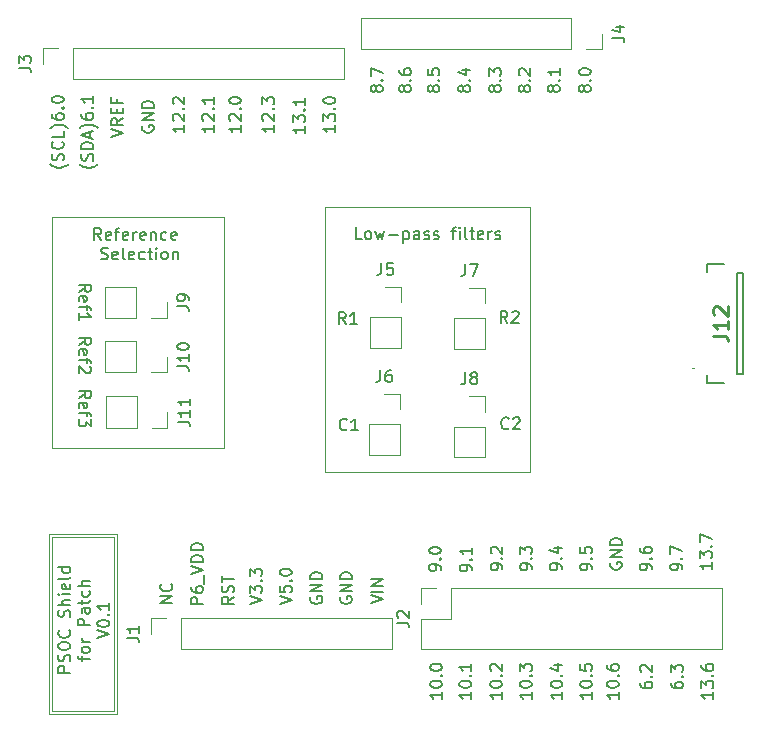
<source format=gto>
G04 #@! TF.GenerationSoftware,KiCad,Pcbnew,(5.1.10)-1*
G04 #@! TF.CreationDate,2022-01-31T14:32:23+01:00*
G04 #@! TF.ProjectId,psoc_shield,70736f63-5f73-4686-9965-6c642e6b6963,rev?*
G04 #@! TF.SameCoordinates,Original*
G04 #@! TF.FileFunction,Legend,Top*
G04 #@! TF.FilePolarity,Positive*
%FSLAX46Y46*%
G04 Gerber Fmt 4.6, Leading zero omitted, Abs format (unit mm)*
G04 Created by KiCad (PCBNEW (5.1.10)-1) date 2022-01-31 14:32:23*
%MOMM*%
%LPD*%
G01*
G04 APERTURE LIST*
%ADD10C,0.150000*%
%ADD11C,0.120000*%
%ADD12C,0.200000*%
%ADD13C,0.100000*%
%ADD14C,0.254000*%
%ADD15O,1.700000X1.700000*%
%ADD16R,1.700000X1.700000*%
%ADD17R,0.800000X0.300000*%
%ADD18R,0.800000X0.400000*%
G04 APERTURE END LIST*
D10*
X138280952Y-79909523D02*
X138233333Y-80004761D01*
X138185714Y-80052380D01*
X138090476Y-80100000D01*
X138042857Y-80100000D01*
X137947619Y-80052380D01*
X137900000Y-80004761D01*
X137852380Y-79909523D01*
X137852380Y-79719047D01*
X137900000Y-79623809D01*
X137947619Y-79576190D01*
X138042857Y-79528571D01*
X138090476Y-79528571D01*
X138185714Y-79576190D01*
X138233333Y-79623809D01*
X138280952Y-79719047D01*
X138280952Y-79909523D01*
X138328571Y-80004761D01*
X138376190Y-80052380D01*
X138471428Y-80100000D01*
X138661904Y-80100000D01*
X138757142Y-80052380D01*
X138804761Y-80004761D01*
X138852380Y-79909523D01*
X138852380Y-79719047D01*
X138804761Y-79623809D01*
X138757142Y-79576190D01*
X138661904Y-79528571D01*
X138471428Y-79528571D01*
X138376190Y-79576190D01*
X138328571Y-79623809D01*
X138280952Y-79719047D01*
X138757142Y-79100000D02*
X138804761Y-79052380D01*
X138852380Y-79100000D01*
X138804761Y-79147619D01*
X138757142Y-79100000D01*
X138852380Y-79100000D01*
X137852380Y-78195238D02*
X137852380Y-78385714D01*
X137900000Y-78480952D01*
X137947619Y-78528571D01*
X138090476Y-78623809D01*
X138280952Y-78671428D01*
X138661904Y-78671428D01*
X138757142Y-78623809D01*
X138804761Y-78576190D01*
X138852380Y-78480952D01*
X138852380Y-78290476D01*
X138804761Y-78195238D01*
X138757142Y-78147619D01*
X138661904Y-78100000D01*
X138423809Y-78100000D01*
X138328571Y-78147619D01*
X138280952Y-78195238D01*
X138233333Y-78290476D01*
X138233333Y-78480952D01*
X138280952Y-78576190D01*
X138328571Y-78623809D01*
X138423809Y-78671428D01*
X150880952Y-79909523D02*
X150833333Y-80004761D01*
X150785714Y-80052380D01*
X150690476Y-80100000D01*
X150642857Y-80100000D01*
X150547619Y-80052380D01*
X150500000Y-80004761D01*
X150452380Y-79909523D01*
X150452380Y-79719047D01*
X150500000Y-79623809D01*
X150547619Y-79576190D01*
X150642857Y-79528571D01*
X150690476Y-79528571D01*
X150785714Y-79576190D01*
X150833333Y-79623809D01*
X150880952Y-79719047D01*
X150880952Y-79909523D01*
X150928571Y-80004761D01*
X150976190Y-80052380D01*
X151071428Y-80100000D01*
X151261904Y-80100000D01*
X151357142Y-80052380D01*
X151404761Y-80004761D01*
X151452380Y-79909523D01*
X151452380Y-79719047D01*
X151404761Y-79623809D01*
X151357142Y-79576190D01*
X151261904Y-79528571D01*
X151071428Y-79528571D01*
X150976190Y-79576190D01*
X150928571Y-79623809D01*
X150880952Y-79719047D01*
X151357142Y-79100000D02*
X151404761Y-79052380D01*
X151452380Y-79100000D01*
X151404761Y-79147619D01*
X151357142Y-79100000D01*
X151452380Y-79100000D01*
X151452380Y-78100000D02*
X151452380Y-78671428D01*
X151452380Y-78385714D02*
X150452380Y-78385714D01*
X150595238Y-78480952D01*
X150690476Y-78576190D01*
X150738095Y-78671428D01*
X145905952Y-79909523D02*
X145858333Y-80004761D01*
X145810714Y-80052380D01*
X145715476Y-80100000D01*
X145667857Y-80100000D01*
X145572619Y-80052380D01*
X145525000Y-80004761D01*
X145477380Y-79909523D01*
X145477380Y-79719047D01*
X145525000Y-79623809D01*
X145572619Y-79576190D01*
X145667857Y-79528571D01*
X145715476Y-79528571D01*
X145810714Y-79576190D01*
X145858333Y-79623809D01*
X145905952Y-79719047D01*
X145905952Y-79909523D01*
X145953571Y-80004761D01*
X146001190Y-80052380D01*
X146096428Y-80100000D01*
X146286904Y-80100000D01*
X146382142Y-80052380D01*
X146429761Y-80004761D01*
X146477380Y-79909523D01*
X146477380Y-79719047D01*
X146429761Y-79623809D01*
X146382142Y-79576190D01*
X146286904Y-79528571D01*
X146096428Y-79528571D01*
X146001190Y-79576190D01*
X145953571Y-79623809D01*
X145905952Y-79719047D01*
X146382142Y-79100000D02*
X146429761Y-79052380D01*
X146477380Y-79100000D01*
X146429761Y-79147619D01*
X146382142Y-79100000D01*
X146477380Y-79100000D01*
X145477380Y-78719047D02*
X145477380Y-78100000D01*
X145858333Y-78433333D01*
X145858333Y-78290476D01*
X145905952Y-78195238D01*
X145953571Y-78147619D01*
X146048809Y-78100000D01*
X146286904Y-78100000D01*
X146382142Y-78147619D01*
X146429761Y-78195238D01*
X146477380Y-78290476D01*
X146477380Y-78576190D01*
X146429761Y-78671428D01*
X146382142Y-78719047D01*
X153505952Y-79909523D02*
X153458333Y-80004761D01*
X153410714Y-80052380D01*
X153315476Y-80100000D01*
X153267857Y-80100000D01*
X153172619Y-80052380D01*
X153125000Y-80004761D01*
X153077380Y-79909523D01*
X153077380Y-79719047D01*
X153125000Y-79623809D01*
X153172619Y-79576190D01*
X153267857Y-79528571D01*
X153315476Y-79528571D01*
X153410714Y-79576190D01*
X153458333Y-79623809D01*
X153505952Y-79719047D01*
X153505952Y-79909523D01*
X153553571Y-80004761D01*
X153601190Y-80052380D01*
X153696428Y-80100000D01*
X153886904Y-80100000D01*
X153982142Y-80052380D01*
X154029761Y-80004761D01*
X154077380Y-79909523D01*
X154077380Y-79719047D01*
X154029761Y-79623809D01*
X153982142Y-79576190D01*
X153886904Y-79528571D01*
X153696428Y-79528571D01*
X153601190Y-79576190D01*
X153553571Y-79623809D01*
X153505952Y-79719047D01*
X153982142Y-79100000D02*
X154029761Y-79052380D01*
X154077380Y-79100000D01*
X154029761Y-79147619D01*
X153982142Y-79100000D01*
X154077380Y-79100000D01*
X153077380Y-78433333D02*
X153077380Y-78338095D01*
X153125000Y-78242857D01*
X153172619Y-78195238D01*
X153267857Y-78147619D01*
X153458333Y-78100000D01*
X153696428Y-78100000D01*
X153886904Y-78147619D01*
X153982142Y-78195238D01*
X154029761Y-78242857D01*
X154077380Y-78338095D01*
X154077380Y-78433333D01*
X154029761Y-78528571D01*
X153982142Y-78576190D01*
X153886904Y-78623809D01*
X153696428Y-78671428D01*
X153458333Y-78671428D01*
X153267857Y-78623809D01*
X153172619Y-78576190D01*
X153125000Y-78528571D01*
X153077380Y-78433333D01*
X140705952Y-79909523D02*
X140658333Y-80004761D01*
X140610714Y-80052380D01*
X140515476Y-80100000D01*
X140467857Y-80100000D01*
X140372619Y-80052380D01*
X140325000Y-80004761D01*
X140277380Y-79909523D01*
X140277380Y-79719047D01*
X140325000Y-79623809D01*
X140372619Y-79576190D01*
X140467857Y-79528571D01*
X140515476Y-79528571D01*
X140610714Y-79576190D01*
X140658333Y-79623809D01*
X140705952Y-79719047D01*
X140705952Y-79909523D01*
X140753571Y-80004761D01*
X140801190Y-80052380D01*
X140896428Y-80100000D01*
X141086904Y-80100000D01*
X141182142Y-80052380D01*
X141229761Y-80004761D01*
X141277380Y-79909523D01*
X141277380Y-79719047D01*
X141229761Y-79623809D01*
X141182142Y-79576190D01*
X141086904Y-79528571D01*
X140896428Y-79528571D01*
X140801190Y-79576190D01*
X140753571Y-79623809D01*
X140705952Y-79719047D01*
X141182142Y-79100000D02*
X141229761Y-79052380D01*
X141277380Y-79100000D01*
X141229761Y-79147619D01*
X141182142Y-79100000D01*
X141277380Y-79100000D01*
X140277380Y-78147619D02*
X140277380Y-78623809D01*
X140753571Y-78671428D01*
X140705952Y-78623809D01*
X140658333Y-78528571D01*
X140658333Y-78290476D01*
X140705952Y-78195238D01*
X140753571Y-78147619D01*
X140848809Y-78100000D01*
X141086904Y-78100000D01*
X141182142Y-78147619D01*
X141229761Y-78195238D01*
X141277380Y-78290476D01*
X141277380Y-78528571D01*
X141229761Y-78623809D01*
X141182142Y-78671428D01*
X148405952Y-79909523D02*
X148358333Y-80004761D01*
X148310714Y-80052380D01*
X148215476Y-80100000D01*
X148167857Y-80100000D01*
X148072619Y-80052380D01*
X148025000Y-80004761D01*
X147977380Y-79909523D01*
X147977380Y-79719047D01*
X148025000Y-79623809D01*
X148072619Y-79576190D01*
X148167857Y-79528571D01*
X148215476Y-79528571D01*
X148310714Y-79576190D01*
X148358333Y-79623809D01*
X148405952Y-79719047D01*
X148405952Y-79909523D01*
X148453571Y-80004761D01*
X148501190Y-80052380D01*
X148596428Y-80100000D01*
X148786904Y-80100000D01*
X148882142Y-80052380D01*
X148929761Y-80004761D01*
X148977380Y-79909523D01*
X148977380Y-79719047D01*
X148929761Y-79623809D01*
X148882142Y-79576190D01*
X148786904Y-79528571D01*
X148596428Y-79528571D01*
X148501190Y-79576190D01*
X148453571Y-79623809D01*
X148405952Y-79719047D01*
X148882142Y-79100000D02*
X148929761Y-79052380D01*
X148977380Y-79100000D01*
X148929761Y-79147619D01*
X148882142Y-79100000D01*
X148977380Y-79100000D01*
X148072619Y-78671428D02*
X148025000Y-78623809D01*
X147977380Y-78528571D01*
X147977380Y-78290476D01*
X148025000Y-78195238D01*
X148072619Y-78147619D01*
X148167857Y-78100000D01*
X148263095Y-78100000D01*
X148405952Y-78147619D01*
X148977380Y-78719047D01*
X148977380Y-78100000D01*
X143305952Y-79909523D02*
X143258333Y-80004761D01*
X143210714Y-80052380D01*
X143115476Y-80100000D01*
X143067857Y-80100000D01*
X142972619Y-80052380D01*
X142925000Y-80004761D01*
X142877380Y-79909523D01*
X142877380Y-79719047D01*
X142925000Y-79623809D01*
X142972619Y-79576190D01*
X143067857Y-79528571D01*
X143115476Y-79528571D01*
X143210714Y-79576190D01*
X143258333Y-79623809D01*
X143305952Y-79719047D01*
X143305952Y-79909523D01*
X143353571Y-80004761D01*
X143401190Y-80052380D01*
X143496428Y-80100000D01*
X143686904Y-80100000D01*
X143782142Y-80052380D01*
X143829761Y-80004761D01*
X143877380Y-79909523D01*
X143877380Y-79719047D01*
X143829761Y-79623809D01*
X143782142Y-79576190D01*
X143686904Y-79528571D01*
X143496428Y-79528571D01*
X143401190Y-79576190D01*
X143353571Y-79623809D01*
X143305952Y-79719047D01*
X143782142Y-79100000D02*
X143829761Y-79052380D01*
X143877380Y-79100000D01*
X143829761Y-79147619D01*
X143782142Y-79100000D01*
X143877380Y-79100000D01*
X143210714Y-78195238D02*
X143877380Y-78195238D01*
X142829761Y-78433333D02*
X143544047Y-78671428D01*
X143544047Y-78052380D01*
X135880952Y-79909523D02*
X135833333Y-80004761D01*
X135785714Y-80052380D01*
X135690476Y-80100000D01*
X135642857Y-80100000D01*
X135547619Y-80052380D01*
X135500000Y-80004761D01*
X135452380Y-79909523D01*
X135452380Y-79719047D01*
X135500000Y-79623809D01*
X135547619Y-79576190D01*
X135642857Y-79528571D01*
X135690476Y-79528571D01*
X135785714Y-79576190D01*
X135833333Y-79623809D01*
X135880952Y-79719047D01*
X135880952Y-79909523D01*
X135928571Y-80004761D01*
X135976190Y-80052380D01*
X136071428Y-80100000D01*
X136261904Y-80100000D01*
X136357142Y-80052380D01*
X136404761Y-80004761D01*
X136452380Y-79909523D01*
X136452380Y-79719047D01*
X136404761Y-79623809D01*
X136357142Y-79576190D01*
X136261904Y-79528571D01*
X136071428Y-79528571D01*
X135976190Y-79576190D01*
X135928571Y-79623809D01*
X135880952Y-79719047D01*
X136357142Y-79100000D02*
X136404761Y-79052380D01*
X136452380Y-79100000D01*
X136404761Y-79147619D01*
X136357142Y-79100000D01*
X136452380Y-79100000D01*
X135452380Y-78719047D02*
X135452380Y-78052380D01*
X136452380Y-78480952D01*
D11*
X148900000Y-89800000D02*
X131600000Y-89800000D01*
X148900000Y-112300000D02*
X148900000Y-89800000D01*
X131600000Y-112300000D02*
X148900000Y-112300000D01*
X131600000Y-89800000D02*
X131600000Y-112300000D01*
D10*
X134704761Y-92552380D02*
X134228571Y-92552380D01*
X134228571Y-91552380D01*
X135180952Y-92552380D02*
X135085714Y-92504761D01*
X135038095Y-92457142D01*
X134990476Y-92361904D01*
X134990476Y-92076190D01*
X135038095Y-91980952D01*
X135085714Y-91933333D01*
X135180952Y-91885714D01*
X135323809Y-91885714D01*
X135419047Y-91933333D01*
X135466666Y-91980952D01*
X135514285Y-92076190D01*
X135514285Y-92361904D01*
X135466666Y-92457142D01*
X135419047Y-92504761D01*
X135323809Y-92552380D01*
X135180952Y-92552380D01*
X135847619Y-91885714D02*
X136038095Y-92552380D01*
X136228571Y-92076190D01*
X136419047Y-92552380D01*
X136609523Y-91885714D01*
X136990476Y-92171428D02*
X137752380Y-92171428D01*
X138228571Y-91885714D02*
X138228571Y-92885714D01*
X138228571Y-91933333D02*
X138323809Y-91885714D01*
X138514285Y-91885714D01*
X138609523Y-91933333D01*
X138657142Y-91980952D01*
X138704761Y-92076190D01*
X138704761Y-92361904D01*
X138657142Y-92457142D01*
X138609523Y-92504761D01*
X138514285Y-92552380D01*
X138323809Y-92552380D01*
X138228571Y-92504761D01*
X139561904Y-92552380D02*
X139561904Y-92028571D01*
X139514285Y-91933333D01*
X139419047Y-91885714D01*
X139228571Y-91885714D01*
X139133333Y-91933333D01*
X139561904Y-92504761D02*
X139466666Y-92552380D01*
X139228571Y-92552380D01*
X139133333Y-92504761D01*
X139085714Y-92409523D01*
X139085714Y-92314285D01*
X139133333Y-92219047D01*
X139228571Y-92171428D01*
X139466666Y-92171428D01*
X139561904Y-92123809D01*
X139990476Y-92504761D02*
X140085714Y-92552380D01*
X140276190Y-92552380D01*
X140371428Y-92504761D01*
X140419047Y-92409523D01*
X140419047Y-92361904D01*
X140371428Y-92266666D01*
X140276190Y-92219047D01*
X140133333Y-92219047D01*
X140038095Y-92171428D01*
X139990476Y-92076190D01*
X139990476Y-92028571D01*
X140038095Y-91933333D01*
X140133333Y-91885714D01*
X140276190Y-91885714D01*
X140371428Y-91933333D01*
X140800000Y-92504761D02*
X140895238Y-92552380D01*
X141085714Y-92552380D01*
X141180952Y-92504761D01*
X141228571Y-92409523D01*
X141228571Y-92361904D01*
X141180952Y-92266666D01*
X141085714Y-92219047D01*
X140942857Y-92219047D01*
X140847619Y-92171428D01*
X140800000Y-92076190D01*
X140800000Y-92028571D01*
X140847619Y-91933333D01*
X140942857Y-91885714D01*
X141085714Y-91885714D01*
X141180952Y-91933333D01*
X142276190Y-91885714D02*
X142657142Y-91885714D01*
X142419047Y-92552380D02*
X142419047Y-91695238D01*
X142466666Y-91600000D01*
X142561904Y-91552380D01*
X142657142Y-91552380D01*
X142990476Y-92552380D02*
X142990476Y-91885714D01*
X142990476Y-91552380D02*
X142942857Y-91600000D01*
X142990476Y-91647619D01*
X143038095Y-91600000D01*
X142990476Y-91552380D01*
X142990476Y-91647619D01*
X143609523Y-92552380D02*
X143514285Y-92504761D01*
X143466666Y-92409523D01*
X143466666Y-91552380D01*
X143847619Y-91885714D02*
X144228571Y-91885714D01*
X143990476Y-91552380D02*
X143990476Y-92409523D01*
X144038095Y-92504761D01*
X144133333Y-92552380D01*
X144228571Y-92552380D01*
X144942857Y-92504761D02*
X144847619Y-92552380D01*
X144657142Y-92552380D01*
X144561904Y-92504761D01*
X144514285Y-92409523D01*
X144514285Y-92028571D01*
X144561904Y-91933333D01*
X144657142Y-91885714D01*
X144847619Y-91885714D01*
X144942857Y-91933333D01*
X144990476Y-92028571D01*
X144990476Y-92123809D01*
X144514285Y-92219047D01*
X145419047Y-92552380D02*
X145419047Y-91885714D01*
X145419047Y-92076190D02*
X145466666Y-91980952D01*
X145514285Y-91933333D01*
X145609523Y-91885714D01*
X145704761Y-91885714D01*
X145990476Y-92504761D02*
X146085714Y-92552380D01*
X146276190Y-92552380D01*
X146371428Y-92504761D01*
X146419047Y-92409523D01*
X146419047Y-92361904D01*
X146371428Y-92266666D01*
X146276190Y-92219047D01*
X146133333Y-92219047D01*
X146038095Y-92171428D01*
X145990476Y-92076190D01*
X145990476Y-92028571D01*
X146038095Y-91933333D01*
X146133333Y-91885714D01*
X146276190Y-91885714D01*
X146371428Y-91933333D01*
X147033333Y-99652380D02*
X146700000Y-99176190D01*
X146461904Y-99652380D02*
X146461904Y-98652380D01*
X146842857Y-98652380D01*
X146938095Y-98700000D01*
X146985714Y-98747619D01*
X147033333Y-98842857D01*
X147033333Y-98985714D01*
X146985714Y-99080952D01*
X146938095Y-99128571D01*
X146842857Y-99176190D01*
X146461904Y-99176190D01*
X147414285Y-98747619D02*
X147461904Y-98700000D01*
X147557142Y-98652380D01*
X147795238Y-98652380D01*
X147890476Y-98700000D01*
X147938095Y-98747619D01*
X147985714Y-98842857D01*
X147985714Y-98938095D01*
X147938095Y-99080952D01*
X147366666Y-99652380D01*
X147985714Y-99652380D01*
X147133333Y-108557142D02*
X147085714Y-108604761D01*
X146942857Y-108652380D01*
X146847619Y-108652380D01*
X146704761Y-108604761D01*
X146609523Y-108509523D01*
X146561904Y-108414285D01*
X146514285Y-108223809D01*
X146514285Y-108080952D01*
X146561904Y-107890476D01*
X146609523Y-107795238D01*
X146704761Y-107700000D01*
X146847619Y-107652380D01*
X146942857Y-107652380D01*
X147085714Y-107700000D01*
X147133333Y-107747619D01*
X147514285Y-107747619D02*
X147561904Y-107700000D01*
X147657142Y-107652380D01*
X147895238Y-107652380D01*
X147990476Y-107700000D01*
X148038095Y-107747619D01*
X148085714Y-107842857D01*
X148085714Y-107938095D01*
X148038095Y-108080952D01*
X147466666Y-108652380D01*
X148085714Y-108652380D01*
X133433333Y-108657142D02*
X133385714Y-108704761D01*
X133242857Y-108752380D01*
X133147619Y-108752380D01*
X133004761Y-108704761D01*
X132909523Y-108609523D01*
X132861904Y-108514285D01*
X132814285Y-108323809D01*
X132814285Y-108180952D01*
X132861904Y-107990476D01*
X132909523Y-107895238D01*
X133004761Y-107800000D01*
X133147619Y-107752380D01*
X133242857Y-107752380D01*
X133385714Y-107800000D01*
X133433333Y-107847619D01*
X134385714Y-108752380D02*
X133814285Y-108752380D01*
X134100000Y-108752380D02*
X134100000Y-107752380D01*
X134004761Y-107895238D01*
X133909523Y-107990476D01*
X133814285Y-108038095D01*
X133333333Y-99752380D02*
X133000000Y-99276190D01*
X132761904Y-99752380D02*
X132761904Y-98752380D01*
X133142857Y-98752380D01*
X133238095Y-98800000D01*
X133285714Y-98847619D01*
X133333333Y-98942857D01*
X133333333Y-99085714D01*
X133285714Y-99180952D01*
X133238095Y-99228571D01*
X133142857Y-99276190D01*
X132761904Y-99276190D01*
X134285714Y-99752380D02*
X133714285Y-99752380D01*
X134000000Y-99752380D02*
X134000000Y-98752380D01*
X133904761Y-98895238D01*
X133809523Y-98990476D01*
X133714285Y-99038095D01*
D11*
X113700000Y-132500000D02*
X113700000Y-117750000D01*
X108500000Y-132500000D02*
X113700000Y-132500000D01*
X108500000Y-117750000D02*
X108500000Y-132500000D01*
X113700000Y-117750000D02*
X108500000Y-117750000D01*
X114000000Y-117500000D02*
X108250000Y-117500000D01*
X108250000Y-117500000D02*
X108250000Y-132750000D01*
X114000000Y-132750000D02*
X114000000Y-117500000D01*
X108250000Y-132750000D02*
X114000000Y-132750000D01*
D10*
X110002380Y-129252380D02*
X109002380Y-129252380D01*
X109002380Y-128871428D01*
X109050000Y-128776190D01*
X109097619Y-128728571D01*
X109192857Y-128680952D01*
X109335714Y-128680952D01*
X109430952Y-128728571D01*
X109478571Y-128776190D01*
X109526190Y-128871428D01*
X109526190Y-129252380D01*
X109954761Y-128300000D02*
X110002380Y-128157142D01*
X110002380Y-127919047D01*
X109954761Y-127823809D01*
X109907142Y-127776190D01*
X109811904Y-127728571D01*
X109716666Y-127728571D01*
X109621428Y-127776190D01*
X109573809Y-127823809D01*
X109526190Y-127919047D01*
X109478571Y-128109523D01*
X109430952Y-128204761D01*
X109383333Y-128252380D01*
X109288095Y-128300000D01*
X109192857Y-128300000D01*
X109097619Y-128252380D01*
X109050000Y-128204761D01*
X109002380Y-128109523D01*
X109002380Y-127871428D01*
X109050000Y-127728571D01*
X109002380Y-127109523D02*
X109002380Y-126919047D01*
X109050000Y-126823809D01*
X109145238Y-126728571D01*
X109335714Y-126680952D01*
X109669047Y-126680952D01*
X109859523Y-126728571D01*
X109954761Y-126823809D01*
X110002380Y-126919047D01*
X110002380Y-127109523D01*
X109954761Y-127204761D01*
X109859523Y-127300000D01*
X109669047Y-127347619D01*
X109335714Y-127347619D01*
X109145238Y-127300000D01*
X109050000Y-127204761D01*
X109002380Y-127109523D01*
X109907142Y-125680952D02*
X109954761Y-125728571D01*
X110002380Y-125871428D01*
X110002380Y-125966666D01*
X109954761Y-126109523D01*
X109859523Y-126204761D01*
X109764285Y-126252380D01*
X109573809Y-126300000D01*
X109430952Y-126300000D01*
X109240476Y-126252380D01*
X109145238Y-126204761D01*
X109050000Y-126109523D01*
X109002380Y-125966666D01*
X109002380Y-125871428D01*
X109050000Y-125728571D01*
X109097619Y-125680952D01*
X109954761Y-124538095D02*
X110002380Y-124395238D01*
X110002380Y-124157142D01*
X109954761Y-124061904D01*
X109907142Y-124014285D01*
X109811904Y-123966666D01*
X109716666Y-123966666D01*
X109621428Y-124014285D01*
X109573809Y-124061904D01*
X109526190Y-124157142D01*
X109478571Y-124347619D01*
X109430952Y-124442857D01*
X109383333Y-124490476D01*
X109288095Y-124538095D01*
X109192857Y-124538095D01*
X109097619Y-124490476D01*
X109050000Y-124442857D01*
X109002380Y-124347619D01*
X109002380Y-124109523D01*
X109050000Y-123966666D01*
X110002380Y-123538095D02*
X109002380Y-123538095D01*
X110002380Y-123109523D02*
X109478571Y-123109523D01*
X109383333Y-123157142D01*
X109335714Y-123252380D01*
X109335714Y-123395238D01*
X109383333Y-123490476D01*
X109430952Y-123538095D01*
X110002380Y-122633333D02*
X109335714Y-122633333D01*
X109002380Y-122633333D02*
X109050000Y-122680952D01*
X109097619Y-122633333D01*
X109050000Y-122585714D01*
X109002380Y-122633333D01*
X109097619Y-122633333D01*
X109954761Y-121776190D02*
X110002380Y-121871428D01*
X110002380Y-122061904D01*
X109954761Y-122157142D01*
X109859523Y-122204761D01*
X109478571Y-122204761D01*
X109383333Y-122157142D01*
X109335714Y-122061904D01*
X109335714Y-121871428D01*
X109383333Y-121776190D01*
X109478571Y-121728571D01*
X109573809Y-121728571D01*
X109669047Y-122204761D01*
X110002380Y-121157142D02*
X109954761Y-121252380D01*
X109859523Y-121300000D01*
X109002380Y-121300000D01*
X110002380Y-120347619D02*
X109002380Y-120347619D01*
X109954761Y-120347619D02*
X110002380Y-120442857D01*
X110002380Y-120633333D01*
X109954761Y-120728571D01*
X109907142Y-120776190D01*
X109811904Y-120823809D01*
X109526190Y-120823809D01*
X109430952Y-120776190D01*
X109383333Y-120728571D01*
X109335714Y-120633333D01*
X109335714Y-120442857D01*
X109383333Y-120347619D01*
X110985714Y-128252380D02*
X110985714Y-127871428D01*
X111652380Y-128109523D02*
X110795238Y-128109523D01*
X110700000Y-128061904D01*
X110652380Y-127966666D01*
X110652380Y-127871428D01*
X111652380Y-127395238D02*
X111604761Y-127490476D01*
X111557142Y-127538095D01*
X111461904Y-127585714D01*
X111176190Y-127585714D01*
X111080952Y-127538095D01*
X111033333Y-127490476D01*
X110985714Y-127395238D01*
X110985714Y-127252380D01*
X111033333Y-127157142D01*
X111080952Y-127109523D01*
X111176190Y-127061904D01*
X111461904Y-127061904D01*
X111557142Y-127109523D01*
X111604761Y-127157142D01*
X111652380Y-127252380D01*
X111652380Y-127395238D01*
X111652380Y-126633333D02*
X110985714Y-126633333D01*
X111176190Y-126633333D02*
X111080952Y-126585714D01*
X111033333Y-126538095D01*
X110985714Y-126442857D01*
X110985714Y-126347619D01*
X111652380Y-125252380D02*
X110652380Y-125252380D01*
X110652380Y-124871428D01*
X110700000Y-124776190D01*
X110747619Y-124728571D01*
X110842857Y-124680952D01*
X110985714Y-124680952D01*
X111080952Y-124728571D01*
X111128571Y-124776190D01*
X111176190Y-124871428D01*
X111176190Y-125252380D01*
X111652380Y-123823809D02*
X111128571Y-123823809D01*
X111033333Y-123871428D01*
X110985714Y-123966666D01*
X110985714Y-124157142D01*
X111033333Y-124252380D01*
X111604761Y-123823809D02*
X111652380Y-123919047D01*
X111652380Y-124157142D01*
X111604761Y-124252380D01*
X111509523Y-124300000D01*
X111414285Y-124300000D01*
X111319047Y-124252380D01*
X111271428Y-124157142D01*
X111271428Y-123919047D01*
X111223809Y-123823809D01*
X110985714Y-123490476D02*
X110985714Y-123109523D01*
X110652380Y-123347619D02*
X111509523Y-123347619D01*
X111604761Y-123300000D01*
X111652380Y-123204761D01*
X111652380Y-123109523D01*
X111604761Y-122347619D02*
X111652380Y-122442857D01*
X111652380Y-122633333D01*
X111604761Y-122728571D01*
X111557142Y-122776190D01*
X111461904Y-122823809D01*
X111176190Y-122823809D01*
X111080952Y-122776190D01*
X111033333Y-122728571D01*
X110985714Y-122633333D01*
X110985714Y-122442857D01*
X111033333Y-122347619D01*
X111652380Y-121919047D02*
X110652380Y-121919047D01*
X111652380Y-121490476D02*
X111128571Y-121490476D01*
X111033333Y-121538095D01*
X110985714Y-121633333D01*
X110985714Y-121776190D01*
X111033333Y-121871428D01*
X111080952Y-121919047D01*
X112302380Y-126323809D02*
X113302380Y-125990476D01*
X112302380Y-125657142D01*
X112302380Y-125133333D02*
X112302380Y-125038095D01*
X112350000Y-124942857D01*
X112397619Y-124895238D01*
X112492857Y-124847619D01*
X112683333Y-124800000D01*
X112921428Y-124800000D01*
X113111904Y-124847619D01*
X113207142Y-124895238D01*
X113254761Y-124942857D01*
X113302380Y-125038095D01*
X113302380Y-125133333D01*
X113254761Y-125228571D01*
X113207142Y-125276190D01*
X113111904Y-125323809D01*
X112921428Y-125371428D01*
X112683333Y-125371428D01*
X112492857Y-125323809D01*
X112397619Y-125276190D01*
X112350000Y-125228571D01*
X112302380Y-125133333D01*
X113207142Y-124371428D02*
X113254761Y-124323809D01*
X113302380Y-124371428D01*
X113254761Y-124419047D01*
X113207142Y-124371428D01*
X113302380Y-124371428D01*
X113302380Y-123371428D02*
X113302380Y-123942857D01*
X113302380Y-123657142D02*
X112302380Y-123657142D01*
X112445238Y-123752380D01*
X112540476Y-123847619D01*
X112588095Y-123942857D01*
D11*
X108500000Y-110200000D02*
X123000000Y-110200000D01*
X108500000Y-90700000D02*
X108500000Y-110200000D01*
X123000000Y-90700000D02*
X108500000Y-90700000D01*
X123000000Y-110200000D02*
X123000000Y-90700000D01*
D10*
X110747619Y-106019047D02*
X111223809Y-105685714D01*
X110747619Y-105447619D02*
X111747619Y-105447619D01*
X111747619Y-105828571D01*
X111700000Y-105923809D01*
X111652380Y-105971428D01*
X111557142Y-106019047D01*
X111414285Y-106019047D01*
X111319047Y-105971428D01*
X111271428Y-105923809D01*
X111223809Y-105828571D01*
X111223809Y-105447619D01*
X110795238Y-106828571D02*
X110747619Y-106733333D01*
X110747619Y-106542857D01*
X110795238Y-106447619D01*
X110890476Y-106400000D01*
X111271428Y-106400000D01*
X111366666Y-106447619D01*
X111414285Y-106542857D01*
X111414285Y-106733333D01*
X111366666Y-106828571D01*
X111271428Y-106876190D01*
X111176190Y-106876190D01*
X111080952Y-106400000D01*
X111414285Y-107161904D02*
X111414285Y-107542857D01*
X110747619Y-107304761D02*
X111604761Y-107304761D01*
X111700000Y-107352380D01*
X111747619Y-107447619D01*
X111747619Y-107542857D01*
X111747619Y-107780952D02*
X111747619Y-108400000D01*
X111366666Y-108066666D01*
X111366666Y-108209523D01*
X111319047Y-108304761D01*
X111271428Y-108352380D01*
X111176190Y-108400000D01*
X110938095Y-108400000D01*
X110842857Y-108352380D01*
X110795238Y-108304761D01*
X110747619Y-108209523D01*
X110747619Y-107923809D01*
X110795238Y-107828571D01*
X110842857Y-107780952D01*
X110747619Y-101519047D02*
X111223809Y-101185714D01*
X110747619Y-100947619D02*
X111747619Y-100947619D01*
X111747619Y-101328571D01*
X111700000Y-101423809D01*
X111652380Y-101471428D01*
X111557142Y-101519047D01*
X111414285Y-101519047D01*
X111319047Y-101471428D01*
X111271428Y-101423809D01*
X111223809Y-101328571D01*
X111223809Y-100947619D01*
X110795238Y-102328571D02*
X110747619Y-102233333D01*
X110747619Y-102042857D01*
X110795238Y-101947619D01*
X110890476Y-101900000D01*
X111271428Y-101900000D01*
X111366666Y-101947619D01*
X111414285Y-102042857D01*
X111414285Y-102233333D01*
X111366666Y-102328571D01*
X111271428Y-102376190D01*
X111176190Y-102376190D01*
X111080952Y-101900000D01*
X111414285Y-102661904D02*
X111414285Y-103042857D01*
X110747619Y-102804761D02*
X111604761Y-102804761D01*
X111700000Y-102852380D01*
X111747619Y-102947619D01*
X111747619Y-103042857D01*
X111652380Y-103328571D02*
X111700000Y-103376190D01*
X111747619Y-103471428D01*
X111747619Y-103709523D01*
X111700000Y-103804761D01*
X111652380Y-103852380D01*
X111557142Y-103900000D01*
X111461904Y-103900000D01*
X111319047Y-103852380D01*
X110747619Y-103280952D01*
X110747619Y-103900000D01*
X110747619Y-97019047D02*
X111223809Y-96685714D01*
X110747619Y-96447619D02*
X111747619Y-96447619D01*
X111747619Y-96828571D01*
X111700000Y-96923809D01*
X111652380Y-96971428D01*
X111557142Y-97019047D01*
X111414285Y-97019047D01*
X111319047Y-96971428D01*
X111271428Y-96923809D01*
X111223809Y-96828571D01*
X111223809Y-96447619D01*
X110795238Y-97828571D02*
X110747619Y-97733333D01*
X110747619Y-97542857D01*
X110795238Y-97447619D01*
X110890476Y-97400000D01*
X111271428Y-97400000D01*
X111366666Y-97447619D01*
X111414285Y-97542857D01*
X111414285Y-97733333D01*
X111366666Y-97828571D01*
X111271428Y-97876190D01*
X111176190Y-97876190D01*
X111080952Y-97400000D01*
X111414285Y-98161904D02*
X111414285Y-98542857D01*
X110747619Y-98304761D02*
X111604761Y-98304761D01*
X111700000Y-98352380D01*
X111747619Y-98447619D01*
X111747619Y-98542857D01*
X110747619Y-99400000D02*
X110747619Y-98828571D01*
X110747619Y-99114285D02*
X111747619Y-99114285D01*
X111604761Y-99019047D01*
X111509523Y-98923809D01*
X111461904Y-98828571D01*
X112638095Y-92627380D02*
X112304761Y-92151190D01*
X112066666Y-92627380D02*
X112066666Y-91627380D01*
X112447619Y-91627380D01*
X112542857Y-91675000D01*
X112590476Y-91722619D01*
X112638095Y-91817857D01*
X112638095Y-91960714D01*
X112590476Y-92055952D01*
X112542857Y-92103571D01*
X112447619Y-92151190D01*
X112066666Y-92151190D01*
X113447619Y-92579761D02*
X113352380Y-92627380D01*
X113161904Y-92627380D01*
X113066666Y-92579761D01*
X113019047Y-92484523D01*
X113019047Y-92103571D01*
X113066666Y-92008333D01*
X113161904Y-91960714D01*
X113352380Y-91960714D01*
X113447619Y-92008333D01*
X113495238Y-92103571D01*
X113495238Y-92198809D01*
X113019047Y-92294047D01*
X113780952Y-91960714D02*
X114161904Y-91960714D01*
X113923809Y-92627380D02*
X113923809Y-91770238D01*
X113971428Y-91675000D01*
X114066666Y-91627380D01*
X114161904Y-91627380D01*
X114876190Y-92579761D02*
X114780952Y-92627380D01*
X114590476Y-92627380D01*
X114495238Y-92579761D01*
X114447619Y-92484523D01*
X114447619Y-92103571D01*
X114495238Y-92008333D01*
X114590476Y-91960714D01*
X114780952Y-91960714D01*
X114876190Y-92008333D01*
X114923809Y-92103571D01*
X114923809Y-92198809D01*
X114447619Y-92294047D01*
X115352380Y-92627380D02*
X115352380Y-91960714D01*
X115352380Y-92151190D02*
X115400000Y-92055952D01*
X115447619Y-92008333D01*
X115542857Y-91960714D01*
X115638095Y-91960714D01*
X116352380Y-92579761D02*
X116257142Y-92627380D01*
X116066666Y-92627380D01*
X115971428Y-92579761D01*
X115923809Y-92484523D01*
X115923809Y-92103571D01*
X115971428Y-92008333D01*
X116066666Y-91960714D01*
X116257142Y-91960714D01*
X116352380Y-92008333D01*
X116400000Y-92103571D01*
X116400000Y-92198809D01*
X115923809Y-92294047D01*
X116828571Y-91960714D02*
X116828571Y-92627380D01*
X116828571Y-92055952D02*
X116876190Y-92008333D01*
X116971428Y-91960714D01*
X117114285Y-91960714D01*
X117209523Y-92008333D01*
X117257142Y-92103571D01*
X117257142Y-92627380D01*
X118161904Y-92579761D02*
X118066666Y-92627380D01*
X117876190Y-92627380D01*
X117780952Y-92579761D01*
X117733333Y-92532142D01*
X117685714Y-92436904D01*
X117685714Y-92151190D01*
X117733333Y-92055952D01*
X117780952Y-92008333D01*
X117876190Y-91960714D01*
X118066666Y-91960714D01*
X118161904Y-92008333D01*
X118971428Y-92579761D02*
X118876190Y-92627380D01*
X118685714Y-92627380D01*
X118590476Y-92579761D01*
X118542857Y-92484523D01*
X118542857Y-92103571D01*
X118590476Y-92008333D01*
X118685714Y-91960714D01*
X118876190Y-91960714D01*
X118971428Y-92008333D01*
X119019047Y-92103571D01*
X119019047Y-92198809D01*
X118542857Y-92294047D01*
X112638095Y-94229761D02*
X112780952Y-94277380D01*
X113019047Y-94277380D01*
X113114285Y-94229761D01*
X113161904Y-94182142D01*
X113209523Y-94086904D01*
X113209523Y-93991666D01*
X113161904Y-93896428D01*
X113114285Y-93848809D01*
X113019047Y-93801190D01*
X112828571Y-93753571D01*
X112733333Y-93705952D01*
X112685714Y-93658333D01*
X112638095Y-93563095D01*
X112638095Y-93467857D01*
X112685714Y-93372619D01*
X112733333Y-93325000D01*
X112828571Y-93277380D01*
X113066666Y-93277380D01*
X113209523Y-93325000D01*
X114019047Y-94229761D02*
X113923809Y-94277380D01*
X113733333Y-94277380D01*
X113638095Y-94229761D01*
X113590476Y-94134523D01*
X113590476Y-93753571D01*
X113638095Y-93658333D01*
X113733333Y-93610714D01*
X113923809Y-93610714D01*
X114019047Y-93658333D01*
X114066666Y-93753571D01*
X114066666Y-93848809D01*
X113590476Y-93944047D01*
X114638095Y-94277380D02*
X114542857Y-94229761D01*
X114495238Y-94134523D01*
X114495238Y-93277380D01*
X115400000Y-94229761D02*
X115304761Y-94277380D01*
X115114285Y-94277380D01*
X115019047Y-94229761D01*
X114971428Y-94134523D01*
X114971428Y-93753571D01*
X115019047Y-93658333D01*
X115114285Y-93610714D01*
X115304761Y-93610714D01*
X115400000Y-93658333D01*
X115447619Y-93753571D01*
X115447619Y-93848809D01*
X114971428Y-93944047D01*
X116304761Y-94229761D02*
X116209523Y-94277380D01*
X116019047Y-94277380D01*
X115923809Y-94229761D01*
X115876190Y-94182142D01*
X115828571Y-94086904D01*
X115828571Y-93801190D01*
X115876190Y-93705952D01*
X115923809Y-93658333D01*
X116019047Y-93610714D01*
X116209523Y-93610714D01*
X116304761Y-93658333D01*
X116590476Y-93610714D02*
X116971428Y-93610714D01*
X116733333Y-93277380D02*
X116733333Y-94134523D01*
X116780952Y-94229761D01*
X116876190Y-94277380D01*
X116971428Y-94277380D01*
X117304761Y-94277380D02*
X117304761Y-93610714D01*
X117304761Y-93277380D02*
X117257142Y-93325000D01*
X117304761Y-93372619D01*
X117352380Y-93325000D01*
X117304761Y-93277380D01*
X117304761Y-93372619D01*
X117923809Y-94277380D02*
X117828571Y-94229761D01*
X117780952Y-94182142D01*
X117733333Y-94086904D01*
X117733333Y-93801190D01*
X117780952Y-93705952D01*
X117828571Y-93658333D01*
X117923809Y-93610714D01*
X118066666Y-93610714D01*
X118161904Y-93658333D01*
X118209523Y-93705952D01*
X118257142Y-93801190D01*
X118257142Y-94086904D01*
X118209523Y-94182142D01*
X118161904Y-94229761D01*
X118066666Y-94277380D01*
X117923809Y-94277380D01*
X118685714Y-93610714D02*
X118685714Y-94277380D01*
X118685714Y-93705952D02*
X118733333Y-93658333D01*
X118828571Y-93610714D01*
X118971428Y-93610714D01*
X119066666Y-93658333D01*
X119114285Y-93753571D01*
X119114285Y-94277380D01*
X132452380Y-82904761D02*
X132452380Y-83476190D01*
X132452380Y-83190476D02*
X131452380Y-83190476D01*
X131595238Y-83285714D01*
X131690476Y-83380952D01*
X131738095Y-83476190D01*
X131452380Y-82571428D02*
X131452380Y-81952380D01*
X131833333Y-82285714D01*
X131833333Y-82142857D01*
X131880952Y-82047619D01*
X131928571Y-82000000D01*
X132023809Y-81952380D01*
X132261904Y-81952380D01*
X132357142Y-82000000D01*
X132404761Y-82047619D01*
X132452380Y-82142857D01*
X132452380Y-82428571D01*
X132404761Y-82523809D01*
X132357142Y-82571428D01*
X132357142Y-81523809D02*
X132404761Y-81476190D01*
X132452380Y-81523809D01*
X132404761Y-81571428D01*
X132357142Y-81523809D01*
X132452380Y-81523809D01*
X131452380Y-80857142D02*
X131452380Y-80761904D01*
X131500000Y-80666666D01*
X131547619Y-80619047D01*
X131642857Y-80571428D01*
X131833333Y-80523809D01*
X132071428Y-80523809D01*
X132261904Y-80571428D01*
X132357142Y-80619047D01*
X132404761Y-80666666D01*
X132452380Y-80761904D01*
X132452380Y-80857142D01*
X132404761Y-80952380D01*
X132357142Y-81000000D01*
X132261904Y-81047619D01*
X132071428Y-81095238D01*
X131833333Y-81095238D01*
X131642857Y-81047619D01*
X131547619Y-81000000D01*
X131500000Y-80952380D01*
X131452380Y-80857142D01*
X109833333Y-86214285D02*
X109785714Y-86261904D01*
X109642857Y-86357142D01*
X109547619Y-86404761D01*
X109404761Y-86452380D01*
X109166666Y-86500000D01*
X108976190Y-86500000D01*
X108738095Y-86452380D01*
X108595238Y-86404761D01*
X108500000Y-86357142D01*
X108357142Y-86261904D01*
X108309523Y-86214285D01*
X109404761Y-85880952D02*
X109452380Y-85738095D01*
X109452380Y-85500000D01*
X109404761Y-85404761D01*
X109357142Y-85357142D01*
X109261904Y-85309523D01*
X109166666Y-85309523D01*
X109071428Y-85357142D01*
X109023809Y-85404761D01*
X108976190Y-85500000D01*
X108928571Y-85690476D01*
X108880952Y-85785714D01*
X108833333Y-85833333D01*
X108738095Y-85880952D01*
X108642857Y-85880952D01*
X108547619Y-85833333D01*
X108500000Y-85785714D01*
X108452380Y-85690476D01*
X108452380Y-85452380D01*
X108500000Y-85309523D01*
X109357142Y-84309523D02*
X109404761Y-84357142D01*
X109452380Y-84500000D01*
X109452380Y-84595238D01*
X109404761Y-84738095D01*
X109309523Y-84833333D01*
X109214285Y-84880952D01*
X109023809Y-84928571D01*
X108880952Y-84928571D01*
X108690476Y-84880952D01*
X108595238Y-84833333D01*
X108500000Y-84738095D01*
X108452380Y-84595238D01*
X108452380Y-84500000D01*
X108500000Y-84357142D01*
X108547619Y-84309523D01*
X109452380Y-83404761D02*
X109452380Y-83880952D01*
X108452380Y-83880952D01*
X109833333Y-83166666D02*
X109785714Y-83119047D01*
X109642857Y-83023809D01*
X109547619Y-82976190D01*
X109404761Y-82928571D01*
X109166666Y-82880952D01*
X108976190Y-82880952D01*
X108738095Y-82928571D01*
X108595238Y-82976190D01*
X108500000Y-83023809D01*
X108357142Y-83119047D01*
X108309523Y-83166666D01*
X108452380Y-81976190D02*
X108452380Y-82166666D01*
X108500000Y-82261904D01*
X108547619Y-82309523D01*
X108690476Y-82404761D01*
X108880952Y-82452380D01*
X109261904Y-82452380D01*
X109357142Y-82404761D01*
X109404761Y-82357142D01*
X109452380Y-82261904D01*
X109452380Y-82071428D01*
X109404761Y-81976190D01*
X109357142Y-81928571D01*
X109261904Y-81880952D01*
X109023809Y-81880952D01*
X108928571Y-81928571D01*
X108880952Y-81976190D01*
X108833333Y-82071428D01*
X108833333Y-82261904D01*
X108880952Y-82357142D01*
X108928571Y-82404761D01*
X109023809Y-82452380D01*
X109357142Y-81452380D02*
X109404761Y-81404761D01*
X109452380Y-81452380D01*
X109404761Y-81500000D01*
X109357142Y-81452380D01*
X109452380Y-81452380D01*
X108452380Y-80785714D02*
X108452380Y-80690476D01*
X108500000Y-80595238D01*
X108547619Y-80547619D01*
X108642857Y-80500000D01*
X108833333Y-80452380D01*
X109071428Y-80452380D01*
X109261904Y-80500000D01*
X109357142Y-80547619D01*
X109404761Y-80595238D01*
X109452380Y-80690476D01*
X109452380Y-80785714D01*
X109404761Y-80880952D01*
X109357142Y-80928571D01*
X109261904Y-80976190D01*
X109071428Y-81023809D01*
X108833333Y-81023809D01*
X108642857Y-80976190D01*
X108547619Y-80928571D01*
X108500000Y-80880952D01*
X108452380Y-80785714D01*
X124452380Y-82904761D02*
X124452380Y-83476190D01*
X124452380Y-83190476D02*
X123452380Y-83190476D01*
X123595238Y-83285714D01*
X123690476Y-83380952D01*
X123738095Y-83476190D01*
X123547619Y-82523809D02*
X123500000Y-82476190D01*
X123452380Y-82380952D01*
X123452380Y-82142857D01*
X123500000Y-82047619D01*
X123547619Y-82000000D01*
X123642857Y-81952380D01*
X123738095Y-81952380D01*
X123880952Y-82000000D01*
X124452380Y-82571428D01*
X124452380Y-81952380D01*
X124357142Y-81523809D02*
X124404761Y-81476190D01*
X124452380Y-81523809D01*
X124404761Y-81571428D01*
X124357142Y-81523809D01*
X124452380Y-81523809D01*
X123452380Y-80857142D02*
X123452380Y-80761904D01*
X123500000Y-80666666D01*
X123547619Y-80619047D01*
X123642857Y-80571428D01*
X123833333Y-80523809D01*
X124071428Y-80523809D01*
X124261904Y-80571428D01*
X124357142Y-80619047D01*
X124404761Y-80666666D01*
X124452380Y-80761904D01*
X124452380Y-80857142D01*
X124404761Y-80952380D01*
X124357142Y-81000000D01*
X124261904Y-81047619D01*
X124071428Y-81095238D01*
X123833333Y-81095238D01*
X123642857Y-81047619D01*
X123547619Y-81000000D01*
X123500000Y-80952380D01*
X123452380Y-80857142D01*
X119677380Y-82904761D02*
X119677380Y-83476190D01*
X119677380Y-83190476D02*
X118677380Y-83190476D01*
X118820238Y-83285714D01*
X118915476Y-83380952D01*
X118963095Y-83476190D01*
X118772619Y-82523809D02*
X118725000Y-82476190D01*
X118677380Y-82380952D01*
X118677380Y-82142857D01*
X118725000Y-82047619D01*
X118772619Y-82000000D01*
X118867857Y-81952380D01*
X118963095Y-81952380D01*
X119105952Y-82000000D01*
X119677380Y-82571428D01*
X119677380Y-81952380D01*
X119582142Y-81523809D02*
X119629761Y-81476190D01*
X119677380Y-81523809D01*
X119629761Y-81571428D01*
X119582142Y-81523809D01*
X119677380Y-81523809D01*
X118772619Y-81095238D02*
X118725000Y-81047619D01*
X118677380Y-80952380D01*
X118677380Y-80714285D01*
X118725000Y-80619047D01*
X118772619Y-80571428D01*
X118867857Y-80523809D01*
X118963095Y-80523809D01*
X119105952Y-80571428D01*
X119677380Y-81142857D01*
X119677380Y-80523809D01*
X113477380Y-83914285D02*
X114477380Y-83580952D01*
X113477380Y-83247619D01*
X114477380Y-82342857D02*
X114001190Y-82676190D01*
X114477380Y-82914285D02*
X113477380Y-82914285D01*
X113477380Y-82533333D01*
X113525000Y-82438095D01*
X113572619Y-82390476D01*
X113667857Y-82342857D01*
X113810714Y-82342857D01*
X113905952Y-82390476D01*
X113953571Y-82438095D01*
X114001190Y-82533333D01*
X114001190Y-82914285D01*
X113953571Y-81914285D02*
X113953571Y-81580952D01*
X114477380Y-81438095D02*
X114477380Y-81914285D01*
X113477380Y-81914285D01*
X113477380Y-81438095D01*
X113953571Y-80676190D02*
X113953571Y-81009523D01*
X114477380Y-81009523D02*
X113477380Y-81009523D01*
X113477380Y-80533333D01*
X127277380Y-82904761D02*
X127277380Y-83476190D01*
X127277380Y-83190476D02*
X126277380Y-83190476D01*
X126420238Y-83285714D01*
X126515476Y-83380952D01*
X126563095Y-83476190D01*
X126372619Y-82523809D02*
X126325000Y-82476190D01*
X126277380Y-82380952D01*
X126277380Y-82142857D01*
X126325000Y-82047619D01*
X126372619Y-82000000D01*
X126467857Y-81952380D01*
X126563095Y-81952380D01*
X126705952Y-82000000D01*
X127277380Y-82571428D01*
X127277380Y-81952380D01*
X127182142Y-81523809D02*
X127229761Y-81476190D01*
X127277380Y-81523809D01*
X127229761Y-81571428D01*
X127182142Y-81523809D01*
X127277380Y-81523809D01*
X126277380Y-81142857D02*
X126277380Y-80523809D01*
X126658333Y-80857142D01*
X126658333Y-80714285D01*
X126705952Y-80619047D01*
X126753571Y-80571428D01*
X126848809Y-80523809D01*
X127086904Y-80523809D01*
X127182142Y-80571428D01*
X127229761Y-80619047D01*
X127277380Y-80714285D01*
X127277380Y-81000000D01*
X127229761Y-81095238D01*
X127182142Y-81142857D01*
X129877380Y-83004761D02*
X129877380Y-83576190D01*
X129877380Y-83290476D02*
X128877380Y-83290476D01*
X129020238Y-83385714D01*
X129115476Y-83480952D01*
X129163095Y-83576190D01*
X128877380Y-82671428D02*
X128877380Y-82052380D01*
X129258333Y-82385714D01*
X129258333Y-82242857D01*
X129305952Y-82147619D01*
X129353571Y-82100000D01*
X129448809Y-82052380D01*
X129686904Y-82052380D01*
X129782142Y-82100000D01*
X129829761Y-82147619D01*
X129877380Y-82242857D01*
X129877380Y-82528571D01*
X129829761Y-82623809D01*
X129782142Y-82671428D01*
X129782142Y-81623809D02*
X129829761Y-81576190D01*
X129877380Y-81623809D01*
X129829761Y-81671428D01*
X129782142Y-81623809D01*
X129877380Y-81623809D01*
X129877380Y-80623809D02*
X129877380Y-81195238D01*
X129877380Y-80909523D02*
X128877380Y-80909523D01*
X129020238Y-81004761D01*
X129115476Y-81100000D01*
X129163095Y-81195238D01*
X112333333Y-86238095D02*
X112285714Y-86285714D01*
X112142857Y-86380952D01*
X112047619Y-86428571D01*
X111904761Y-86476190D01*
X111666666Y-86523809D01*
X111476190Y-86523809D01*
X111238095Y-86476190D01*
X111095238Y-86428571D01*
X111000000Y-86380952D01*
X110857142Y-86285714D01*
X110809523Y-86238095D01*
X111904761Y-85904761D02*
X111952380Y-85761904D01*
X111952380Y-85523809D01*
X111904761Y-85428571D01*
X111857142Y-85380952D01*
X111761904Y-85333333D01*
X111666666Y-85333333D01*
X111571428Y-85380952D01*
X111523809Y-85428571D01*
X111476190Y-85523809D01*
X111428571Y-85714285D01*
X111380952Y-85809523D01*
X111333333Y-85857142D01*
X111238095Y-85904761D01*
X111142857Y-85904761D01*
X111047619Y-85857142D01*
X111000000Y-85809523D01*
X110952380Y-85714285D01*
X110952380Y-85476190D01*
X111000000Y-85333333D01*
X111952380Y-84904761D02*
X110952380Y-84904761D01*
X110952380Y-84666666D01*
X111000000Y-84523809D01*
X111095238Y-84428571D01*
X111190476Y-84380952D01*
X111380952Y-84333333D01*
X111523809Y-84333333D01*
X111714285Y-84380952D01*
X111809523Y-84428571D01*
X111904761Y-84523809D01*
X111952380Y-84666666D01*
X111952380Y-84904761D01*
X111666666Y-83952380D02*
X111666666Y-83476190D01*
X111952380Y-84047619D02*
X110952380Y-83714285D01*
X111952380Y-83380952D01*
X112333333Y-83142857D02*
X112285714Y-83095238D01*
X112142857Y-83000000D01*
X112047619Y-82952380D01*
X111904761Y-82904761D01*
X111666666Y-82857142D01*
X111476190Y-82857142D01*
X111238095Y-82904761D01*
X111095238Y-82952380D01*
X111000000Y-83000000D01*
X110857142Y-83095238D01*
X110809523Y-83142857D01*
X110952380Y-81952380D02*
X110952380Y-82142857D01*
X111000000Y-82238095D01*
X111047619Y-82285714D01*
X111190476Y-82380952D01*
X111380952Y-82428571D01*
X111761904Y-82428571D01*
X111857142Y-82380952D01*
X111904761Y-82333333D01*
X111952380Y-82238095D01*
X111952380Y-82047619D01*
X111904761Y-81952380D01*
X111857142Y-81904761D01*
X111761904Y-81857142D01*
X111523809Y-81857142D01*
X111428571Y-81904761D01*
X111380952Y-81952380D01*
X111333333Y-82047619D01*
X111333333Y-82238095D01*
X111380952Y-82333333D01*
X111428571Y-82380952D01*
X111523809Y-82428571D01*
X111857142Y-81428571D02*
X111904761Y-81380952D01*
X111952380Y-81428571D01*
X111904761Y-81476190D01*
X111857142Y-81428571D01*
X111952380Y-81428571D01*
X111952380Y-80428571D02*
X111952380Y-81000000D01*
X111952380Y-80714285D02*
X110952380Y-80714285D01*
X111095238Y-80809523D01*
X111190476Y-80904761D01*
X111238095Y-81000000D01*
X116125000Y-82961904D02*
X116077380Y-83057142D01*
X116077380Y-83200000D01*
X116125000Y-83342857D01*
X116220238Y-83438095D01*
X116315476Y-83485714D01*
X116505952Y-83533333D01*
X116648809Y-83533333D01*
X116839285Y-83485714D01*
X116934523Y-83438095D01*
X117029761Y-83342857D01*
X117077380Y-83200000D01*
X117077380Y-83104761D01*
X117029761Y-82961904D01*
X116982142Y-82914285D01*
X116648809Y-82914285D01*
X116648809Y-83104761D01*
X117077380Y-82485714D02*
X116077380Y-82485714D01*
X117077380Y-81914285D01*
X116077380Y-81914285D01*
X117077380Y-81438095D02*
X116077380Y-81438095D01*
X116077380Y-81200000D01*
X116125000Y-81057142D01*
X116220238Y-80961904D01*
X116315476Y-80914285D01*
X116505952Y-80866666D01*
X116648809Y-80866666D01*
X116839285Y-80914285D01*
X116934523Y-80961904D01*
X117029761Y-81057142D01*
X117077380Y-81200000D01*
X117077380Y-81438095D01*
X122177380Y-82904761D02*
X122177380Y-83476190D01*
X122177380Y-83190476D02*
X121177380Y-83190476D01*
X121320238Y-83285714D01*
X121415476Y-83380952D01*
X121463095Y-83476190D01*
X121272619Y-82523809D02*
X121225000Y-82476190D01*
X121177380Y-82380952D01*
X121177380Y-82142857D01*
X121225000Y-82047619D01*
X121272619Y-82000000D01*
X121367857Y-81952380D01*
X121463095Y-81952380D01*
X121605952Y-82000000D01*
X122177380Y-82571428D01*
X122177380Y-81952380D01*
X122082142Y-81523809D02*
X122129761Y-81476190D01*
X122177380Y-81523809D01*
X122129761Y-81571428D01*
X122082142Y-81523809D01*
X122177380Y-81523809D01*
X122177380Y-80523809D02*
X122177380Y-81095238D01*
X122177380Y-80809523D02*
X121177380Y-80809523D01*
X121320238Y-80904761D01*
X121415476Y-81000000D01*
X121463095Y-81095238D01*
X135452380Y-123395238D02*
X136452380Y-123061904D01*
X135452380Y-122728571D01*
X136452380Y-122395238D02*
X135452380Y-122395238D01*
X136452380Y-121919047D02*
X135452380Y-121919047D01*
X136452380Y-121347619D01*
X135452380Y-121347619D01*
X132900000Y-122861904D02*
X132852380Y-122957142D01*
X132852380Y-123100000D01*
X132900000Y-123242857D01*
X132995238Y-123338095D01*
X133090476Y-123385714D01*
X133280952Y-123433333D01*
X133423809Y-123433333D01*
X133614285Y-123385714D01*
X133709523Y-123338095D01*
X133804761Y-123242857D01*
X133852380Y-123100000D01*
X133852380Y-123004761D01*
X133804761Y-122861904D01*
X133757142Y-122814285D01*
X133423809Y-122814285D01*
X133423809Y-123004761D01*
X133852380Y-122385714D02*
X132852380Y-122385714D01*
X133852380Y-121814285D01*
X132852380Y-121814285D01*
X133852380Y-121338095D02*
X132852380Y-121338095D01*
X132852380Y-121100000D01*
X132900000Y-120957142D01*
X132995238Y-120861904D01*
X133090476Y-120814285D01*
X133280952Y-120766666D01*
X133423809Y-120766666D01*
X133614285Y-120814285D01*
X133709523Y-120861904D01*
X133804761Y-120957142D01*
X133852380Y-121100000D01*
X133852380Y-121338095D01*
X130400000Y-122861904D02*
X130352380Y-122957142D01*
X130352380Y-123100000D01*
X130400000Y-123242857D01*
X130495238Y-123338095D01*
X130590476Y-123385714D01*
X130780952Y-123433333D01*
X130923809Y-123433333D01*
X131114285Y-123385714D01*
X131209523Y-123338095D01*
X131304761Y-123242857D01*
X131352380Y-123100000D01*
X131352380Y-123004761D01*
X131304761Y-122861904D01*
X131257142Y-122814285D01*
X130923809Y-122814285D01*
X130923809Y-123004761D01*
X131352380Y-122385714D02*
X130352380Y-122385714D01*
X131352380Y-121814285D01*
X130352380Y-121814285D01*
X131352380Y-121338095D02*
X130352380Y-121338095D01*
X130352380Y-121100000D01*
X130400000Y-120957142D01*
X130495238Y-120861904D01*
X130590476Y-120814285D01*
X130780952Y-120766666D01*
X130923809Y-120766666D01*
X131114285Y-120814285D01*
X131209523Y-120861904D01*
X131304761Y-120957142D01*
X131352380Y-121100000D01*
X131352380Y-121338095D01*
X127752380Y-123423809D02*
X128752380Y-123090476D01*
X127752380Y-122757142D01*
X127752380Y-121947619D02*
X127752380Y-122423809D01*
X128228571Y-122471428D01*
X128180952Y-122423809D01*
X128133333Y-122328571D01*
X128133333Y-122090476D01*
X128180952Y-121995238D01*
X128228571Y-121947619D01*
X128323809Y-121900000D01*
X128561904Y-121900000D01*
X128657142Y-121947619D01*
X128704761Y-121995238D01*
X128752380Y-122090476D01*
X128752380Y-122328571D01*
X128704761Y-122423809D01*
X128657142Y-122471428D01*
X128657142Y-121471428D02*
X128704761Y-121423809D01*
X128752380Y-121471428D01*
X128704761Y-121519047D01*
X128657142Y-121471428D01*
X128752380Y-121471428D01*
X127752380Y-120804761D02*
X127752380Y-120709523D01*
X127800000Y-120614285D01*
X127847619Y-120566666D01*
X127942857Y-120519047D01*
X128133333Y-120471428D01*
X128371428Y-120471428D01*
X128561904Y-120519047D01*
X128657142Y-120566666D01*
X128704761Y-120614285D01*
X128752380Y-120709523D01*
X128752380Y-120804761D01*
X128704761Y-120900000D01*
X128657142Y-120947619D01*
X128561904Y-120995238D01*
X128371428Y-121042857D01*
X128133333Y-121042857D01*
X127942857Y-120995238D01*
X127847619Y-120947619D01*
X127800000Y-120900000D01*
X127752380Y-120804761D01*
X125252380Y-123423809D02*
X126252380Y-123090476D01*
X125252380Y-122757142D01*
X125252380Y-122519047D02*
X125252380Y-121900000D01*
X125633333Y-122233333D01*
X125633333Y-122090476D01*
X125680952Y-121995238D01*
X125728571Y-121947619D01*
X125823809Y-121900000D01*
X126061904Y-121900000D01*
X126157142Y-121947619D01*
X126204761Y-121995238D01*
X126252380Y-122090476D01*
X126252380Y-122376190D01*
X126204761Y-122471428D01*
X126157142Y-122519047D01*
X126157142Y-121471428D02*
X126204761Y-121423809D01*
X126252380Y-121471428D01*
X126204761Y-121519047D01*
X126157142Y-121471428D01*
X126252380Y-121471428D01*
X125252380Y-121090476D02*
X125252380Y-120471428D01*
X125633333Y-120804761D01*
X125633333Y-120661904D01*
X125680952Y-120566666D01*
X125728571Y-120519047D01*
X125823809Y-120471428D01*
X126061904Y-120471428D01*
X126157142Y-120519047D01*
X126204761Y-120566666D01*
X126252380Y-120661904D01*
X126252380Y-120947619D01*
X126204761Y-121042857D01*
X126157142Y-121090476D01*
X123852380Y-122847619D02*
X123376190Y-123180952D01*
X123852380Y-123419047D02*
X122852380Y-123419047D01*
X122852380Y-123038095D01*
X122900000Y-122942857D01*
X122947619Y-122895238D01*
X123042857Y-122847619D01*
X123185714Y-122847619D01*
X123280952Y-122895238D01*
X123328571Y-122942857D01*
X123376190Y-123038095D01*
X123376190Y-123419047D01*
X123804761Y-122466666D02*
X123852380Y-122323809D01*
X123852380Y-122085714D01*
X123804761Y-121990476D01*
X123757142Y-121942857D01*
X123661904Y-121895238D01*
X123566666Y-121895238D01*
X123471428Y-121942857D01*
X123423809Y-121990476D01*
X123376190Y-122085714D01*
X123328571Y-122276190D01*
X123280952Y-122371428D01*
X123233333Y-122419047D01*
X123138095Y-122466666D01*
X123042857Y-122466666D01*
X122947619Y-122419047D01*
X122900000Y-122371428D01*
X122852380Y-122276190D01*
X122852380Y-122038095D01*
X122900000Y-121895238D01*
X122852380Y-121609523D02*
X122852380Y-121038095D01*
X123852380Y-121323809D02*
X122852380Y-121323809D01*
X121252380Y-123447619D02*
X120252380Y-123447619D01*
X120252380Y-123066666D01*
X120300000Y-122971428D01*
X120347619Y-122923809D01*
X120442857Y-122876190D01*
X120585714Y-122876190D01*
X120680952Y-122923809D01*
X120728571Y-122971428D01*
X120776190Y-123066666D01*
X120776190Y-123447619D01*
X120252380Y-122019047D02*
X120252380Y-122209523D01*
X120300000Y-122304761D01*
X120347619Y-122352380D01*
X120490476Y-122447619D01*
X120680952Y-122495238D01*
X121061904Y-122495238D01*
X121157142Y-122447619D01*
X121204761Y-122400000D01*
X121252380Y-122304761D01*
X121252380Y-122114285D01*
X121204761Y-122019047D01*
X121157142Y-121971428D01*
X121061904Y-121923809D01*
X120823809Y-121923809D01*
X120728571Y-121971428D01*
X120680952Y-122019047D01*
X120633333Y-122114285D01*
X120633333Y-122304761D01*
X120680952Y-122400000D01*
X120728571Y-122447619D01*
X120823809Y-122495238D01*
X121347619Y-121733333D02*
X121347619Y-120971428D01*
X120252380Y-120876190D02*
X121252380Y-120542857D01*
X120252380Y-120209523D01*
X121252380Y-119876190D02*
X120252380Y-119876190D01*
X120252380Y-119638095D01*
X120300000Y-119495238D01*
X120395238Y-119400000D01*
X120490476Y-119352380D01*
X120680952Y-119304761D01*
X120823809Y-119304761D01*
X121014285Y-119352380D01*
X121109523Y-119400000D01*
X121204761Y-119495238D01*
X121252380Y-119638095D01*
X121252380Y-119876190D01*
X121252380Y-118876190D02*
X120252380Y-118876190D01*
X120252380Y-118638095D01*
X120300000Y-118495238D01*
X120395238Y-118400000D01*
X120490476Y-118352380D01*
X120680952Y-118304761D01*
X120823809Y-118304761D01*
X121014285Y-118352380D01*
X121109523Y-118400000D01*
X121204761Y-118495238D01*
X121252380Y-118638095D01*
X121252380Y-118876190D01*
X118652380Y-123385714D02*
X117652380Y-123385714D01*
X118652380Y-122814285D01*
X117652380Y-122814285D01*
X118557142Y-121766666D02*
X118604761Y-121814285D01*
X118652380Y-121957142D01*
X118652380Y-122052380D01*
X118604761Y-122195238D01*
X118509523Y-122290476D01*
X118414285Y-122338095D01*
X118223809Y-122385714D01*
X118080952Y-122385714D01*
X117890476Y-122338095D01*
X117795238Y-122290476D01*
X117700000Y-122195238D01*
X117652380Y-122052380D01*
X117652380Y-121957142D01*
X117700000Y-121814285D01*
X117747619Y-121766666D01*
X143952380Y-130904761D02*
X143952380Y-131476190D01*
X143952380Y-131190476D02*
X142952380Y-131190476D01*
X143095238Y-131285714D01*
X143190476Y-131380952D01*
X143238095Y-131476190D01*
X142952380Y-130285714D02*
X142952380Y-130190476D01*
X143000000Y-130095238D01*
X143047619Y-130047619D01*
X143142857Y-130000000D01*
X143333333Y-129952380D01*
X143571428Y-129952380D01*
X143761904Y-130000000D01*
X143857142Y-130047619D01*
X143904761Y-130095238D01*
X143952380Y-130190476D01*
X143952380Y-130285714D01*
X143904761Y-130380952D01*
X143857142Y-130428571D01*
X143761904Y-130476190D01*
X143571428Y-130523809D01*
X143333333Y-130523809D01*
X143142857Y-130476190D01*
X143047619Y-130428571D01*
X143000000Y-130380952D01*
X142952380Y-130285714D01*
X143857142Y-129523809D02*
X143904761Y-129476190D01*
X143952380Y-129523809D01*
X143904761Y-129571428D01*
X143857142Y-129523809D01*
X143952380Y-129523809D01*
X143952380Y-128523809D02*
X143952380Y-129095238D01*
X143952380Y-128809523D02*
X142952380Y-128809523D01*
X143095238Y-128904761D01*
X143190476Y-129000000D01*
X143238095Y-129095238D01*
X164327380Y-119929761D02*
X164327380Y-120501190D01*
X164327380Y-120215476D02*
X163327380Y-120215476D01*
X163470238Y-120310714D01*
X163565476Y-120405952D01*
X163613095Y-120501190D01*
X163327380Y-119596428D02*
X163327380Y-118977380D01*
X163708333Y-119310714D01*
X163708333Y-119167857D01*
X163755952Y-119072619D01*
X163803571Y-119025000D01*
X163898809Y-118977380D01*
X164136904Y-118977380D01*
X164232142Y-119025000D01*
X164279761Y-119072619D01*
X164327380Y-119167857D01*
X164327380Y-119453571D01*
X164279761Y-119548809D01*
X164232142Y-119596428D01*
X164232142Y-118548809D02*
X164279761Y-118501190D01*
X164327380Y-118548809D01*
X164279761Y-118596428D01*
X164232142Y-118548809D01*
X164327380Y-118548809D01*
X163327380Y-118167857D02*
X163327380Y-117501190D01*
X164327380Y-117929761D01*
X161827380Y-120504761D02*
X161827380Y-120314285D01*
X161779761Y-120219047D01*
X161732142Y-120171428D01*
X161589285Y-120076190D01*
X161398809Y-120028571D01*
X161017857Y-120028571D01*
X160922619Y-120076190D01*
X160875000Y-120123809D01*
X160827380Y-120219047D01*
X160827380Y-120409523D01*
X160875000Y-120504761D01*
X160922619Y-120552380D01*
X161017857Y-120600000D01*
X161255952Y-120600000D01*
X161351190Y-120552380D01*
X161398809Y-120504761D01*
X161446428Y-120409523D01*
X161446428Y-120219047D01*
X161398809Y-120123809D01*
X161351190Y-120076190D01*
X161255952Y-120028571D01*
X161732142Y-119600000D02*
X161779761Y-119552380D01*
X161827380Y-119600000D01*
X161779761Y-119647619D01*
X161732142Y-119600000D01*
X161827380Y-119600000D01*
X160827380Y-119219047D02*
X160827380Y-118552380D01*
X161827380Y-118980952D01*
X159227380Y-120504761D02*
X159227380Y-120314285D01*
X159179761Y-120219047D01*
X159132142Y-120171428D01*
X158989285Y-120076190D01*
X158798809Y-120028571D01*
X158417857Y-120028571D01*
X158322619Y-120076190D01*
X158275000Y-120123809D01*
X158227380Y-120219047D01*
X158227380Y-120409523D01*
X158275000Y-120504761D01*
X158322619Y-120552380D01*
X158417857Y-120600000D01*
X158655952Y-120600000D01*
X158751190Y-120552380D01*
X158798809Y-120504761D01*
X158846428Y-120409523D01*
X158846428Y-120219047D01*
X158798809Y-120123809D01*
X158751190Y-120076190D01*
X158655952Y-120028571D01*
X159132142Y-119600000D02*
X159179761Y-119552380D01*
X159227380Y-119600000D01*
X159179761Y-119647619D01*
X159132142Y-119600000D01*
X159227380Y-119600000D01*
X158227380Y-118695238D02*
X158227380Y-118885714D01*
X158275000Y-118980952D01*
X158322619Y-119028571D01*
X158465476Y-119123809D01*
X158655952Y-119171428D01*
X159036904Y-119171428D01*
X159132142Y-119123809D01*
X159179761Y-119076190D01*
X159227380Y-118980952D01*
X159227380Y-118790476D01*
X159179761Y-118695238D01*
X159132142Y-118647619D01*
X159036904Y-118600000D01*
X158798809Y-118600000D01*
X158703571Y-118647619D01*
X158655952Y-118695238D01*
X158608333Y-118790476D01*
X158608333Y-118980952D01*
X158655952Y-119076190D01*
X158703571Y-119123809D01*
X158798809Y-119171428D01*
X155775000Y-119961904D02*
X155727380Y-120057142D01*
X155727380Y-120200000D01*
X155775000Y-120342857D01*
X155870238Y-120438095D01*
X155965476Y-120485714D01*
X156155952Y-120533333D01*
X156298809Y-120533333D01*
X156489285Y-120485714D01*
X156584523Y-120438095D01*
X156679761Y-120342857D01*
X156727380Y-120200000D01*
X156727380Y-120104761D01*
X156679761Y-119961904D01*
X156632142Y-119914285D01*
X156298809Y-119914285D01*
X156298809Y-120104761D01*
X156727380Y-119485714D02*
X155727380Y-119485714D01*
X156727380Y-118914285D01*
X155727380Y-118914285D01*
X156727380Y-118438095D02*
X155727380Y-118438095D01*
X155727380Y-118200000D01*
X155775000Y-118057142D01*
X155870238Y-117961904D01*
X155965476Y-117914285D01*
X156155952Y-117866666D01*
X156298809Y-117866666D01*
X156489285Y-117914285D01*
X156584523Y-117961904D01*
X156679761Y-118057142D01*
X156727380Y-118200000D01*
X156727380Y-118438095D01*
X154177380Y-120504761D02*
X154177380Y-120314285D01*
X154129761Y-120219047D01*
X154082142Y-120171428D01*
X153939285Y-120076190D01*
X153748809Y-120028571D01*
X153367857Y-120028571D01*
X153272619Y-120076190D01*
X153225000Y-120123809D01*
X153177380Y-120219047D01*
X153177380Y-120409523D01*
X153225000Y-120504761D01*
X153272619Y-120552380D01*
X153367857Y-120600000D01*
X153605952Y-120600000D01*
X153701190Y-120552380D01*
X153748809Y-120504761D01*
X153796428Y-120409523D01*
X153796428Y-120219047D01*
X153748809Y-120123809D01*
X153701190Y-120076190D01*
X153605952Y-120028571D01*
X154082142Y-119600000D02*
X154129761Y-119552380D01*
X154177380Y-119600000D01*
X154129761Y-119647619D01*
X154082142Y-119600000D01*
X154177380Y-119600000D01*
X153177380Y-118647619D02*
X153177380Y-119123809D01*
X153653571Y-119171428D01*
X153605952Y-119123809D01*
X153558333Y-119028571D01*
X153558333Y-118790476D01*
X153605952Y-118695238D01*
X153653571Y-118647619D01*
X153748809Y-118600000D01*
X153986904Y-118600000D01*
X154082142Y-118647619D01*
X154129761Y-118695238D01*
X154177380Y-118790476D01*
X154177380Y-119028571D01*
X154129761Y-119123809D01*
X154082142Y-119171428D01*
X151627380Y-120489761D02*
X151627380Y-120299285D01*
X151579761Y-120204047D01*
X151532142Y-120156428D01*
X151389285Y-120061190D01*
X151198809Y-120013571D01*
X150817857Y-120013571D01*
X150722619Y-120061190D01*
X150675000Y-120108809D01*
X150627380Y-120204047D01*
X150627380Y-120394523D01*
X150675000Y-120489761D01*
X150722619Y-120537380D01*
X150817857Y-120585000D01*
X151055952Y-120585000D01*
X151151190Y-120537380D01*
X151198809Y-120489761D01*
X151246428Y-120394523D01*
X151246428Y-120204047D01*
X151198809Y-120108809D01*
X151151190Y-120061190D01*
X151055952Y-120013571D01*
X151532142Y-119585000D02*
X151579761Y-119537380D01*
X151627380Y-119585000D01*
X151579761Y-119632619D01*
X151532142Y-119585000D01*
X151627380Y-119585000D01*
X150960714Y-118680238D02*
X151627380Y-118680238D01*
X150579761Y-118918333D02*
X151294047Y-119156428D01*
X151294047Y-118537380D01*
X149097380Y-120489761D02*
X149097380Y-120299285D01*
X149049761Y-120204047D01*
X149002142Y-120156428D01*
X148859285Y-120061190D01*
X148668809Y-120013571D01*
X148287857Y-120013571D01*
X148192619Y-120061190D01*
X148145000Y-120108809D01*
X148097380Y-120204047D01*
X148097380Y-120394523D01*
X148145000Y-120489761D01*
X148192619Y-120537380D01*
X148287857Y-120585000D01*
X148525952Y-120585000D01*
X148621190Y-120537380D01*
X148668809Y-120489761D01*
X148716428Y-120394523D01*
X148716428Y-120204047D01*
X148668809Y-120108809D01*
X148621190Y-120061190D01*
X148525952Y-120013571D01*
X149002142Y-119585000D02*
X149049761Y-119537380D01*
X149097380Y-119585000D01*
X149049761Y-119632619D01*
X149002142Y-119585000D01*
X149097380Y-119585000D01*
X148097380Y-119204047D02*
X148097380Y-118585000D01*
X148478333Y-118918333D01*
X148478333Y-118775476D01*
X148525952Y-118680238D01*
X148573571Y-118632619D01*
X148668809Y-118585000D01*
X148906904Y-118585000D01*
X149002142Y-118632619D01*
X149049761Y-118680238D01*
X149097380Y-118775476D01*
X149097380Y-119061190D01*
X149049761Y-119156428D01*
X149002142Y-119204047D01*
X146597380Y-120489761D02*
X146597380Y-120299285D01*
X146549761Y-120204047D01*
X146502142Y-120156428D01*
X146359285Y-120061190D01*
X146168809Y-120013571D01*
X145787857Y-120013571D01*
X145692619Y-120061190D01*
X145645000Y-120108809D01*
X145597380Y-120204047D01*
X145597380Y-120394523D01*
X145645000Y-120489761D01*
X145692619Y-120537380D01*
X145787857Y-120585000D01*
X146025952Y-120585000D01*
X146121190Y-120537380D01*
X146168809Y-120489761D01*
X146216428Y-120394523D01*
X146216428Y-120204047D01*
X146168809Y-120108809D01*
X146121190Y-120061190D01*
X146025952Y-120013571D01*
X146502142Y-119585000D02*
X146549761Y-119537380D01*
X146597380Y-119585000D01*
X146549761Y-119632619D01*
X146502142Y-119585000D01*
X146597380Y-119585000D01*
X145692619Y-119156428D02*
X145645000Y-119108809D01*
X145597380Y-119013571D01*
X145597380Y-118775476D01*
X145645000Y-118680238D01*
X145692619Y-118632619D01*
X145787857Y-118585000D01*
X145883095Y-118585000D01*
X146025952Y-118632619D01*
X146597380Y-119204047D01*
X146597380Y-118585000D01*
X143997380Y-120589761D02*
X143997380Y-120399285D01*
X143949761Y-120304047D01*
X143902142Y-120256428D01*
X143759285Y-120161190D01*
X143568809Y-120113571D01*
X143187857Y-120113571D01*
X143092619Y-120161190D01*
X143045000Y-120208809D01*
X142997380Y-120304047D01*
X142997380Y-120494523D01*
X143045000Y-120589761D01*
X143092619Y-120637380D01*
X143187857Y-120685000D01*
X143425952Y-120685000D01*
X143521190Y-120637380D01*
X143568809Y-120589761D01*
X143616428Y-120494523D01*
X143616428Y-120304047D01*
X143568809Y-120208809D01*
X143521190Y-120161190D01*
X143425952Y-120113571D01*
X143902142Y-119685000D02*
X143949761Y-119637380D01*
X143997380Y-119685000D01*
X143949761Y-119732619D01*
X143902142Y-119685000D01*
X143997380Y-119685000D01*
X143997380Y-118685000D02*
X143997380Y-119256428D01*
X143997380Y-118970714D02*
X142997380Y-118970714D01*
X143140238Y-119065952D01*
X143235476Y-119161190D01*
X143283095Y-119256428D01*
X141397380Y-120539761D02*
X141397380Y-120349285D01*
X141349761Y-120254047D01*
X141302142Y-120206428D01*
X141159285Y-120111190D01*
X140968809Y-120063571D01*
X140587857Y-120063571D01*
X140492619Y-120111190D01*
X140445000Y-120158809D01*
X140397380Y-120254047D01*
X140397380Y-120444523D01*
X140445000Y-120539761D01*
X140492619Y-120587380D01*
X140587857Y-120635000D01*
X140825952Y-120635000D01*
X140921190Y-120587380D01*
X140968809Y-120539761D01*
X141016428Y-120444523D01*
X141016428Y-120254047D01*
X140968809Y-120158809D01*
X140921190Y-120111190D01*
X140825952Y-120063571D01*
X141302142Y-119635000D02*
X141349761Y-119587380D01*
X141397380Y-119635000D01*
X141349761Y-119682619D01*
X141302142Y-119635000D01*
X141397380Y-119635000D01*
X140397380Y-118968333D02*
X140397380Y-118873095D01*
X140445000Y-118777857D01*
X140492619Y-118730238D01*
X140587857Y-118682619D01*
X140778333Y-118635000D01*
X141016428Y-118635000D01*
X141206904Y-118682619D01*
X141302142Y-118730238D01*
X141349761Y-118777857D01*
X141397380Y-118873095D01*
X141397380Y-118968333D01*
X141349761Y-119063571D01*
X141302142Y-119111190D01*
X141206904Y-119158809D01*
X141016428Y-119206428D01*
X140778333Y-119206428D01*
X140587857Y-119158809D01*
X140492619Y-119111190D01*
X140445000Y-119063571D01*
X140397380Y-118968333D01*
X164452380Y-130904761D02*
X164452380Y-131476190D01*
X164452380Y-131190476D02*
X163452380Y-131190476D01*
X163595238Y-131285714D01*
X163690476Y-131380952D01*
X163738095Y-131476190D01*
X163452380Y-130571428D02*
X163452380Y-129952380D01*
X163833333Y-130285714D01*
X163833333Y-130142857D01*
X163880952Y-130047619D01*
X163928571Y-130000000D01*
X164023809Y-129952380D01*
X164261904Y-129952380D01*
X164357142Y-130000000D01*
X164404761Y-130047619D01*
X164452380Y-130142857D01*
X164452380Y-130428571D01*
X164404761Y-130523809D01*
X164357142Y-130571428D01*
X164357142Y-129523809D02*
X164404761Y-129476190D01*
X164452380Y-129523809D01*
X164404761Y-129571428D01*
X164357142Y-129523809D01*
X164452380Y-129523809D01*
X163452380Y-128619047D02*
X163452380Y-128809523D01*
X163500000Y-128904761D01*
X163547619Y-128952380D01*
X163690476Y-129047619D01*
X163880952Y-129095238D01*
X164261904Y-129095238D01*
X164357142Y-129047619D01*
X164404761Y-129000000D01*
X164452380Y-128904761D01*
X164452380Y-128714285D01*
X164404761Y-128619047D01*
X164357142Y-128571428D01*
X164261904Y-128523809D01*
X164023809Y-128523809D01*
X163928571Y-128571428D01*
X163880952Y-128619047D01*
X163833333Y-128714285D01*
X163833333Y-128904761D01*
X163880952Y-129000000D01*
X163928571Y-129047619D01*
X164023809Y-129095238D01*
X160877380Y-130123809D02*
X160877380Y-130314285D01*
X160925000Y-130409523D01*
X160972619Y-130457142D01*
X161115476Y-130552380D01*
X161305952Y-130600000D01*
X161686904Y-130600000D01*
X161782142Y-130552380D01*
X161829761Y-130504761D01*
X161877380Y-130409523D01*
X161877380Y-130219047D01*
X161829761Y-130123809D01*
X161782142Y-130076190D01*
X161686904Y-130028571D01*
X161448809Y-130028571D01*
X161353571Y-130076190D01*
X161305952Y-130123809D01*
X161258333Y-130219047D01*
X161258333Y-130409523D01*
X161305952Y-130504761D01*
X161353571Y-130552380D01*
X161448809Y-130600000D01*
X161782142Y-129600000D02*
X161829761Y-129552380D01*
X161877380Y-129600000D01*
X161829761Y-129647619D01*
X161782142Y-129600000D01*
X161877380Y-129600000D01*
X160877380Y-129219047D02*
X160877380Y-128600000D01*
X161258333Y-128933333D01*
X161258333Y-128790476D01*
X161305952Y-128695238D01*
X161353571Y-128647619D01*
X161448809Y-128600000D01*
X161686904Y-128600000D01*
X161782142Y-128647619D01*
X161829761Y-128695238D01*
X161877380Y-128790476D01*
X161877380Y-129076190D01*
X161829761Y-129171428D01*
X161782142Y-129219047D01*
X154177380Y-130904761D02*
X154177380Y-131476190D01*
X154177380Y-131190476D02*
X153177380Y-131190476D01*
X153320238Y-131285714D01*
X153415476Y-131380952D01*
X153463095Y-131476190D01*
X153177380Y-130285714D02*
X153177380Y-130190476D01*
X153225000Y-130095238D01*
X153272619Y-130047619D01*
X153367857Y-130000000D01*
X153558333Y-129952380D01*
X153796428Y-129952380D01*
X153986904Y-130000000D01*
X154082142Y-130047619D01*
X154129761Y-130095238D01*
X154177380Y-130190476D01*
X154177380Y-130285714D01*
X154129761Y-130380952D01*
X154082142Y-130428571D01*
X153986904Y-130476190D01*
X153796428Y-130523809D01*
X153558333Y-130523809D01*
X153367857Y-130476190D01*
X153272619Y-130428571D01*
X153225000Y-130380952D01*
X153177380Y-130285714D01*
X154082142Y-129523809D02*
X154129761Y-129476190D01*
X154177380Y-129523809D01*
X154129761Y-129571428D01*
X154082142Y-129523809D01*
X154177380Y-129523809D01*
X153177380Y-128571428D02*
X153177380Y-129047619D01*
X153653571Y-129095238D01*
X153605952Y-129047619D01*
X153558333Y-128952380D01*
X153558333Y-128714285D01*
X153605952Y-128619047D01*
X153653571Y-128571428D01*
X153748809Y-128523809D01*
X153986904Y-128523809D01*
X154082142Y-128571428D01*
X154129761Y-128619047D01*
X154177380Y-128714285D01*
X154177380Y-128952380D01*
X154129761Y-129047619D01*
X154082142Y-129095238D01*
X151677380Y-130904761D02*
X151677380Y-131476190D01*
X151677380Y-131190476D02*
X150677380Y-131190476D01*
X150820238Y-131285714D01*
X150915476Y-131380952D01*
X150963095Y-131476190D01*
X150677380Y-130285714D02*
X150677380Y-130190476D01*
X150725000Y-130095238D01*
X150772619Y-130047619D01*
X150867857Y-130000000D01*
X151058333Y-129952380D01*
X151296428Y-129952380D01*
X151486904Y-130000000D01*
X151582142Y-130047619D01*
X151629761Y-130095238D01*
X151677380Y-130190476D01*
X151677380Y-130285714D01*
X151629761Y-130380952D01*
X151582142Y-130428571D01*
X151486904Y-130476190D01*
X151296428Y-130523809D01*
X151058333Y-130523809D01*
X150867857Y-130476190D01*
X150772619Y-130428571D01*
X150725000Y-130380952D01*
X150677380Y-130285714D01*
X151582142Y-129523809D02*
X151629761Y-129476190D01*
X151677380Y-129523809D01*
X151629761Y-129571428D01*
X151582142Y-129523809D01*
X151677380Y-129523809D01*
X151010714Y-128619047D02*
X151677380Y-128619047D01*
X150629761Y-128857142D02*
X151344047Y-129095238D01*
X151344047Y-128476190D01*
X149077380Y-130904761D02*
X149077380Y-131476190D01*
X149077380Y-131190476D02*
X148077380Y-131190476D01*
X148220238Y-131285714D01*
X148315476Y-131380952D01*
X148363095Y-131476190D01*
X148077380Y-130285714D02*
X148077380Y-130190476D01*
X148125000Y-130095238D01*
X148172619Y-130047619D01*
X148267857Y-130000000D01*
X148458333Y-129952380D01*
X148696428Y-129952380D01*
X148886904Y-130000000D01*
X148982142Y-130047619D01*
X149029761Y-130095238D01*
X149077380Y-130190476D01*
X149077380Y-130285714D01*
X149029761Y-130380952D01*
X148982142Y-130428571D01*
X148886904Y-130476190D01*
X148696428Y-130523809D01*
X148458333Y-130523809D01*
X148267857Y-130476190D01*
X148172619Y-130428571D01*
X148125000Y-130380952D01*
X148077380Y-130285714D01*
X148982142Y-129523809D02*
X149029761Y-129476190D01*
X149077380Y-129523809D01*
X149029761Y-129571428D01*
X148982142Y-129523809D01*
X149077380Y-129523809D01*
X148077380Y-129142857D02*
X148077380Y-128523809D01*
X148458333Y-128857142D01*
X148458333Y-128714285D01*
X148505952Y-128619047D01*
X148553571Y-128571428D01*
X148648809Y-128523809D01*
X148886904Y-128523809D01*
X148982142Y-128571428D01*
X149029761Y-128619047D01*
X149077380Y-128714285D01*
X149077380Y-129000000D01*
X149029761Y-129095238D01*
X148982142Y-129142857D01*
X158277380Y-130123809D02*
X158277380Y-130314285D01*
X158325000Y-130409523D01*
X158372619Y-130457142D01*
X158515476Y-130552380D01*
X158705952Y-130600000D01*
X159086904Y-130600000D01*
X159182142Y-130552380D01*
X159229761Y-130504761D01*
X159277380Y-130409523D01*
X159277380Y-130219047D01*
X159229761Y-130123809D01*
X159182142Y-130076190D01*
X159086904Y-130028571D01*
X158848809Y-130028571D01*
X158753571Y-130076190D01*
X158705952Y-130123809D01*
X158658333Y-130219047D01*
X158658333Y-130409523D01*
X158705952Y-130504761D01*
X158753571Y-130552380D01*
X158848809Y-130600000D01*
X159182142Y-129600000D02*
X159229761Y-129552380D01*
X159277380Y-129600000D01*
X159229761Y-129647619D01*
X159182142Y-129600000D01*
X159277380Y-129600000D01*
X158372619Y-129171428D02*
X158325000Y-129123809D01*
X158277380Y-129028571D01*
X158277380Y-128790476D01*
X158325000Y-128695238D01*
X158372619Y-128647619D01*
X158467857Y-128600000D01*
X158563095Y-128600000D01*
X158705952Y-128647619D01*
X159277380Y-129219047D01*
X159277380Y-128600000D01*
X156452380Y-130904761D02*
X156452380Y-131476190D01*
X156452380Y-131190476D02*
X155452380Y-131190476D01*
X155595238Y-131285714D01*
X155690476Y-131380952D01*
X155738095Y-131476190D01*
X155452380Y-130285714D02*
X155452380Y-130190476D01*
X155500000Y-130095238D01*
X155547619Y-130047619D01*
X155642857Y-130000000D01*
X155833333Y-129952380D01*
X156071428Y-129952380D01*
X156261904Y-130000000D01*
X156357142Y-130047619D01*
X156404761Y-130095238D01*
X156452380Y-130190476D01*
X156452380Y-130285714D01*
X156404761Y-130380952D01*
X156357142Y-130428571D01*
X156261904Y-130476190D01*
X156071428Y-130523809D01*
X155833333Y-130523809D01*
X155642857Y-130476190D01*
X155547619Y-130428571D01*
X155500000Y-130380952D01*
X155452380Y-130285714D01*
X156357142Y-129523809D02*
X156404761Y-129476190D01*
X156452380Y-129523809D01*
X156404761Y-129571428D01*
X156357142Y-129523809D01*
X156452380Y-129523809D01*
X155452380Y-128619047D02*
X155452380Y-128809523D01*
X155500000Y-128904761D01*
X155547619Y-128952380D01*
X155690476Y-129047619D01*
X155880952Y-129095238D01*
X156261904Y-129095238D01*
X156357142Y-129047619D01*
X156404761Y-129000000D01*
X156452380Y-128904761D01*
X156452380Y-128714285D01*
X156404761Y-128619047D01*
X156357142Y-128571428D01*
X156261904Y-128523809D01*
X156023809Y-128523809D01*
X155928571Y-128571428D01*
X155880952Y-128619047D01*
X155833333Y-128714285D01*
X155833333Y-128904761D01*
X155880952Y-129000000D01*
X155928571Y-129047619D01*
X156023809Y-129095238D01*
X146552380Y-130904761D02*
X146552380Y-131476190D01*
X146552380Y-131190476D02*
X145552380Y-131190476D01*
X145695238Y-131285714D01*
X145790476Y-131380952D01*
X145838095Y-131476190D01*
X145552380Y-130285714D02*
X145552380Y-130190476D01*
X145600000Y-130095238D01*
X145647619Y-130047619D01*
X145742857Y-130000000D01*
X145933333Y-129952380D01*
X146171428Y-129952380D01*
X146361904Y-130000000D01*
X146457142Y-130047619D01*
X146504761Y-130095238D01*
X146552380Y-130190476D01*
X146552380Y-130285714D01*
X146504761Y-130380952D01*
X146457142Y-130428571D01*
X146361904Y-130476190D01*
X146171428Y-130523809D01*
X145933333Y-130523809D01*
X145742857Y-130476190D01*
X145647619Y-130428571D01*
X145600000Y-130380952D01*
X145552380Y-130285714D01*
X146457142Y-129523809D02*
X146504761Y-129476190D01*
X146552380Y-129523809D01*
X146504761Y-129571428D01*
X146457142Y-129523809D01*
X146552380Y-129523809D01*
X145647619Y-129095238D02*
X145600000Y-129047619D01*
X145552380Y-128952380D01*
X145552380Y-128714285D01*
X145600000Y-128619047D01*
X145647619Y-128571428D01*
X145742857Y-128523809D01*
X145838095Y-128523809D01*
X145980952Y-128571428D01*
X146552380Y-129142857D01*
X146552380Y-128523809D01*
X141477380Y-130904761D02*
X141477380Y-131476190D01*
X141477380Y-131190476D02*
X140477380Y-131190476D01*
X140620238Y-131285714D01*
X140715476Y-131380952D01*
X140763095Y-131476190D01*
X140477380Y-130285714D02*
X140477380Y-130190476D01*
X140525000Y-130095238D01*
X140572619Y-130047619D01*
X140667857Y-130000000D01*
X140858333Y-129952380D01*
X141096428Y-129952380D01*
X141286904Y-130000000D01*
X141382142Y-130047619D01*
X141429761Y-130095238D01*
X141477380Y-130190476D01*
X141477380Y-130285714D01*
X141429761Y-130380952D01*
X141382142Y-130428571D01*
X141286904Y-130476190D01*
X141096428Y-130523809D01*
X140858333Y-130523809D01*
X140667857Y-130476190D01*
X140572619Y-130428571D01*
X140525000Y-130380952D01*
X140477380Y-130285714D01*
X141382142Y-129523809D02*
X141429761Y-129476190D01*
X141477380Y-129523809D01*
X141429761Y-129571428D01*
X141382142Y-129523809D01*
X141477380Y-129523809D01*
X140477380Y-128857142D02*
X140477380Y-128761904D01*
X140525000Y-128666666D01*
X140572619Y-128619047D01*
X140667857Y-128571428D01*
X140858333Y-128523809D01*
X141096428Y-128523809D01*
X141286904Y-128571428D01*
X141382142Y-128619047D01*
X141429761Y-128666666D01*
X141477380Y-128761904D01*
X141477380Y-128857142D01*
X141429761Y-128952380D01*
X141382142Y-129000000D01*
X141286904Y-129047619D01*
X141096428Y-129095238D01*
X140858333Y-129095238D01*
X140667857Y-129047619D01*
X140572619Y-129000000D01*
X140525000Y-128952380D01*
X140477380Y-128857142D01*
D11*
X142470000Y-108430000D02*
X145130000Y-108430000D01*
X142470000Y-108430000D02*
X142470000Y-111030000D01*
X142470000Y-111030000D02*
X145130000Y-111030000D01*
X145130000Y-108430000D02*
X145130000Y-111030000D01*
X145130000Y-105830000D02*
X145130000Y-107160000D01*
X143800000Y-105830000D02*
X145130000Y-105830000D01*
X142470000Y-99270000D02*
X145130000Y-99270000D01*
X142470000Y-99270000D02*
X142470000Y-101870000D01*
X142470000Y-101870000D02*
X145130000Y-101870000D01*
X145130000Y-99270000D02*
X145130000Y-101870000D01*
X145130000Y-96670000D02*
X145130000Y-98000000D01*
X143800000Y-96670000D02*
X145130000Y-96670000D01*
X135270000Y-108230000D02*
X137930000Y-108230000D01*
X135270000Y-108230000D02*
X135270000Y-110830000D01*
X135270000Y-110830000D02*
X137930000Y-110830000D01*
X137930000Y-108230000D02*
X137930000Y-110830000D01*
X137930000Y-105630000D02*
X137930000Y-106960000D01*
X136600000Y-105630000D02*
X137930000Y-105630000D01*
X135370000Y-99170000D02*
X138030000Y-99170000D01*
X135370000Y-99170000D02*
X135370000Y-101770000D01*
X135370000Y-101770000D02*
X138030000Y-101770000D01*
X138030000Y-99170000D02*
X138030000Y-101770000D01*
X138030000Y-96570000D02*
X138030000Y-97900000D01*
X136700000Y-96570000D02*
X138030000Y-96570000D01*
D12*
X163950000Y-94700000D02*
X165325000Y-94700000D01*
X163950000Y-95300000D02*
X163950000Y-94700000D01*
X166950000Y-95415000D02*
X166450000Y-95415000D01*
X166950000Y-103985000D02*
X166950000Y-95415000D01*
X166450000Y-103985000D02*
X166950000Y-103985000D01*
X166450000Y-103985000D02*
X166450000Y-95415000D01*
X163950000Y-104700000D02*
X165325000Y-104700000D01*
X163950000Y-104100000D02*
X163950000Y-104700000D01*
D13*
X162825000Y-103500000D02*
X162825000Y-103500000D01*
X162725000Y-103500000D02*
X162725000Y-103500000D01*
X162825000Y-103500000D02*
G75*
G02*
X162725000Y-103500000I-50000J0D01*
G01*
X162725000Y-103500000D02*
G75*
G02*
X162825000Y-103500000I50000J0D01*
G01*
D11*
X115630000Y-105870000D02*
X115630000Y-108530000D01*
X115630000Y-105870000D02*
X113030000Y-105870000D01*
X113030000Y-105870000D02*
X113030000Y-108530000D01*
X115630000Y-108530000D02*
X113030000Y-108530000D01*
X118230000Y-108530000D02*
X116900000Y-108530000D01*
X118230000Y-107200000D02*
X118230000Y-108530000D01*
X115580000Y-101170000D02*
X115580000Y-103830000D01*
X115580000Y-101170000D02*
X112980000Y-101170000D01*
X112980000Y-101170000D02*
X112980000Y-103830000D01*
X115580000Y-103830000D02*
X112980000Y-103830000D01*
X118180000Y-103830000D02*
X116850000Y-103830000D01*
X118180000Y-102500000D02*
X118180000Y-103830000D01*
X115580000Y-96570000D02*
X115580000Y-99230000D01*
X115580000Y-96570000D02*
X112980000Y-96570000D01*
X112980000Y-96570000D02*
X112980000Y-99230000D01*
X115580000Y-99230000D02*
X112980000Y-99230000D01*
X118180000Y-99230000D02*
X116850000Y-99230000D01*
X118180000Y-97900000D02*
X118180000Y-99230000D01*
X152430000Y-73827400D02*
X152430000Y-76487400D01*
X152430000Y-73827400D02*
X134590000Y-73827400D01*
X134590000Y-73827400D02*
X134590000Y-76487400D01*
X152430000Y-76487400D02*
X134590000Y-76487400D01*
X155030000Y-76487400D02*
X153700000Y-76487400D01*
X155030000Y-75157400D02*
X155030000Y-76487400D01*
X110266000Y-79035000D02*
X110266000Y-76375000D01*
X110266000Y-79035000D02*
X133186000Y-79035000D01*
X133186000Y-79035000D02*
X133186000Y-76375000D01*
X110266000Y-76375000D02*
X133186000Y-76375000D01*
X107666000Y-76375000D02*
X108996000Y-76375000D01*
X107666000Y-77705000D02*
X107666000Y-76375000D01*
X116810000Y-125965000D02*
X116810000Y-124635000D01*
X116810000Y-124635000D02*
X118140000Y-124635000D01*
X119410000Y-124635000D02*
X137250000Y-124635000D01*
X137250000Y-127295000D02*
X137250000Y-124635000D01*
X119410000Y-127295000D02*
X137250000Y-127295000D01*
X119410000Y-127295000D02*
X119410000Y-124635000D01*
X139670000Y-127295000D02*
X139670000Y-124695000D01*
X139670000Y-127295000D02*
X165190000Y-127295000D01*
X165190000Y-127295000D02*
X165190000Y-122095000D01*
X142270000Y-122095000D02*
X165190000Y-122095000D01*
X142270000Y-124695000D02*
X142270000Y-122095000D01*
X139670000Y-124695000D02*
X142270000Y-124695000D01*
X139670000Y-122095000D02*
X141000000Y-122095000D01*
X139670000Y-123425000D02*
X139670000Y-122095000D01*
D10*
X143466666Y-103842380D02*
X143466666Y-104556666D01*
X143419047Y-104699523D01*
X143323809Y-104794761D01*
X143180952Y-104842380D01*
X143085714Y-104842380D01*
X144085714Y-104270952D02*
X143990476Y-104223333D01*
X143942857Y-104175714D01*
X143895238Y-104080476D01*
X143895238Y-104032857D01*
X143942857Y-103937619D01*
X143990476Y-103890000D01*
X144085714Y-103842380D01*
X144276190Y-103842380D01*
X144371428Y-103890000D01*
X144419047Y-103937619D01*
X144466666Y-104032857D01*
X144466666Y-104080476D01*
X144419047Y-104175714D01*
X144371428Y-104223333D01*
X144276190Y-104270952D01*
X144085714Y-104270952D01*
X143990476Y-104318571D01*
X143942857Y-104366190D01*
X143895238Y-104461428D01*
X143895238Y-104651904D01*
X143942857Y-104747142D01*
X143990476Y-104794761D01*
X144085714Y-104842380D01*
X144276190Y-104842380D01*
X144371428Y-104794761D01*
X144419047Y-104747142D01*
X144466666Y-104651904D01*
X144466666Y-104461428D01*
X144419047Y-104366190D01*
X144371428Y-104318571D01*
X144276190Y-104270952D01*
X143466666Y-94682380D02*
X143466666Y-95396666D01*
X143419047Y-95539523D01*
X143323809Y-95634761D01*
X143180952Y-95682380D01*
X143085714Y-95682380D01*
X143847619Y-94682380D02*
X144514285Y-94682380D01*
X144085714Y-95682380D01*
X136266666Y-103642380D02*
X136266666Y-104356666D01*
X136219047Y-104499523D01*
X136123809Y-104594761D01*
X135980952Y-104642380D01*
X135885714Y-104642380D01*
X137171428Y-103642380D02*
X136980952Y-103642380D01*
X136885714Y-103690000D01*
X136838095Y-103737619D01*
X136742857Y-103880476D01*
X136695238Y-104070952D01*
X136695238Y-104451904D01*
X136742857Y-104547142D01*
X136790476Y-104594761D01*
X136885714Y-104642380D01*
X137076190Y-104642380D01*
X137171428Y-104594761D01*
X137219047Y-104547142D01*
X137266666Y-104451904D01*
X137266666Y-104213809D01*
X137219047Y-104118571D01*
X137171428Y-104070952D01*
X137076190Y-104023333D01*
X136885714Y-104023333D01*
X136790476Y-104070952D01*
X136742857Y-104118571D01*
X136695238Y-104213809D01*
X136366666Y-94582380D02*
X136366666Y-95296666D01*
X136319047Y-95439523D01*
X136223809Y-95534761D01*
X136080952Y-95582380D01*
X135985714Y-95582380D01*
X137319047Y-94582380D02*
X136842857Y-94582380D01*
X136795238Y-95058571D01*
X136842857Y-95010952D01*
X136938095Y-94963333D01*
X137176190Y-94963333D01*
X137271428Y-95010952D01*
X137319047Y-95058571D01*
X137366666Y-95153809D01*
X137366666Y-95391904D01*
X137319047Y-95487142D01*
X137271428Y-95534761D01*
X137176190Y-95582380D01*
X136938095Y-95582380D01*
X136842857Y-95534761D01*
X136795238Y-95487142D01*
D14*
X164429523Y-100728095D02*
X165336666Y-100728095D01*
X165518095Y-100788571D01*
X165639047Y-100909523D01*
X165699523Y-101090952D01*
X165699523Y-101211904D01*
X165699523Y-99458095D02*
X165699523Y-100183809D01*
X165699523Y-99820952D02*
X164429523Y-99820952D01*
X164610952Y-99941904D01*
X164731904Y-100062857D01*
X164792380Y-100183809D01*
X164550476Y-98974285D02*
X164490000Y-98913809D01*
X164429523Y-98792857D01*
X164429523Y-98490476D01*
X164490000Y-98369523D01*
X164550476Y-98309047D01*
X164671428Y-98248571D01*
X164792380Y-98248571D01*
X164973809Y-98309047D01*
X165699523Y-99034761D01*
X165699523Y-98248571D01*
D10*
X119122380Y-108009523D02*
X119836666Y-108009523D01*
X119979523Y-108057142D01*
X120074761Y-108152380D01*
X120122380Y-108295238D01*
X120122380Y-108390476D01*
X120122380Y-107009523D02*
X120122380Y-107580952D01*
X120122380Y-107295238D02*
X119122380Y-107295238D01*
X119265238Y-107390476D01*
X119360476Y-107485714D01*
X119408095Y-107580952D01*
X120122380Y-106057142D02*
X120122380Y-106628571D01*
X120122380Y-106342857D02*
X119122380Y-106342857D01*
X119265238Y-106438095D01*
X119360476Y-106533333D01*
X119408095Y-106628571D01*
X119072380Y-103309523D02*
X119786666Y-103309523D01*
X119929523Y-103357142D01*
X120024761Y-103452380D01*
X120072380Y-103595238D01*
X120072380Y-103690476D01*
X120072380Y-102309523D02*
X120072380Y-102880952D01*
X120072380Y-102595238D02*
X119072380Y-102595238D01*
X119215238Y-102690476D01*
X119310476Y-102785714D01*
X119358095Y-102880952D01*
X119072380Y-101690476D02*
X119072380Y-101595238D01*
X119120000Y-101500000D01*
X119167619Y-101452380D01*
X119262857Y-101404761D01*
X119453333Y-101357142D01*
X119691428Y-101357142D01*
X119881904Y-101404761D01*
X119977142Y-101452380D01*
X120024761Y-101500000D01*
X120072380Y-101595238D01*
X120072380Y-101690476D01*
X120024761Y-101785714D01*
X119977142Y-101833333D01*
X119881904Y-101880952D01*
X119691428Y-101928571D01*
X119453333Y-101928571D01*
X119262857Y-101880952D01*
X119167619Y-101833333D01*
X119120000Y-101785714D01*
X119072380Y-101690476D01*
X119072380Y-98233333D02*
X119786666Y-98233333D01*
X119929523Y-98280952D01*
X120024761Y-98376190D01*
X120072380Y-98519047D01*
X120072380Y-98614285D01*
X120072380Y-97709523D02*
X120072380Y-97519047D01*
X120024761Y-97423809D01*
X119977142Y-97376190D01*
X119834285Y-97280952D01*
X119643809Y-97233333D01*
X119262857Y-97233333D01*
X119167619Y-97280952D01*
X119120000Y-97328571D01*
X119072380Y-97423809D01*
X119072380Y-97614285D01*
X119120000Y-97709523D01*
X119167619Y-97757142D01*
X119262857Y-97804761D01*
X119500952Y-97804761D01*
X119596190Y-97757142D01*
X119643809Y-97709523D01*
X119691428Y-97614285D01*
X119691428Y-97423809D01*
X119643809Y-97328571D01*
X119596190Y-97280952D01*
X119500952Y-97233333D01*
X155922380Y-75490733D02*
X156636666Y-75490733D01*
X156779523Y-75538352D01*
X156874761Y-75633590D01*
X156922380Y-75776447D01*
X156922380Y-75871685D01*
X156255714Y-74585971D02*
X156922380Y-74585971D01*
X155874761Y-74824066D02*
X156589047Y-75062161D01*
X156589047Y-74443114D01*
X105678380Y-78038333D02*
X106392666Y-78038333D01*
X106535523Y-78085952D01*
X106630761Y-78181190D01*
X106678380Y-78324047D01*
X106678380Y-78419285D01*
X105678380Y-77657380D02*
X105678380Y-77038333D01*
X106059333Y-77371666D01*
X106059333Y-77228809D01*
X106106952Y-77133571D01*
X106154571Y-77085952D01*
X106249809Y-77038333D01*
X106487904Y-77038333D01*
X106583142Y-77085952D01*
X106630761Y-77133571D01*
X106678380Y-77228809D01*
X106678380Y-77514523D01*
X106630761Y-77609761D01*
X106583142Y-77657380D01*
X114822380Y-126298333D02*
X115536666Y-126298333D01*
X115679523Y-126345952D01*
X115774761Y-126441190D01*
X115822380Y-126584047D01*
X115822380Y-126679285D01*
X115822380Y-125298333D02*
X115822380Y-125869761D01*
X115822380Y-125584047D02*
X114822380Y-125584047D01*
X114965238Y-125679285D01*
X115060476Y-125774523D01*
X115108095Y-125869761D01*
X137682380Y-125028333D02*
X138396666Y-125028333D01*
X138539523Y-125075952D01*
X138634761Y-125171190D01*
X138682380Y-125314047D01*
X138682380Y-125409285D01*
X137777619Y-124599761D02*
X137730000Y-124552142D01*
X137682380Y-124456904D01*
X137682380Y-124218809D01*
X137730000Y-124123571D01*
X137777619Y-124075952D01*
X137872857Y-124028333D01*
X137968095Y-124028333D01*
X138110952Y-124075952D01*
X138682380Y-124647380D01*
X138682380Y-124028333D01*
%LPC*%
D15*
X143800000Y-109700000D03*
D16*
X143800000Y-107160000D03*
D15*
X143800000Y-100540000D03*
D16*
X143800000Y-98000000D03*
D15*
X136600000Y-109500000D03*
D16*
X136600000Y-106960000D03*
D15*
X136700000Y-100440000D03*
D16*
X136700000Y-97900000D03*
D17*
X163700000Y-103450000D03*
X163700000Y-102950000D03*
X163700000Y-102450000D03*
X163700000Y-101950000D03*
X163700000Y-101450000D03*
X163700000Y-100950000D03*
X163700000Y-100450000D03*
X163700000Y-99950000D03*
X163700000Y-99450000D03*
X163700000Y-98950000D03*
X163700000Y-98450000D03*
X163700000Y-97950000D03*
X163700000Y-97450000D03*
X163700000Y-96950000D03*
X163700000Y-96450000D03*
X163700000Y-95950000D03*
D18*
X166200000Y-104450000D03*
X166200000Y-94950000D03*
D15*
X114360000Y-107200000D03*
D16*
X116900000Y-107200000D03*
D15*
X114310000Y-102500000D03*
D16*
X116850000Y-102500000D03*
D15*
X114310000Y-97900000D03*
D16*
X116850000Y-97900000D03*
D15*
X135920000Y-75157400D03*
X138460000Y-75157400D03*
X141000000Y-75157400D03*
X143540000Y-75157400D03*
X146080000Y-75157400D03*
X148620000Y-75157400D03*
X151160000Y-75157400D03*
D16*
X153700000Y-75157400D03*
X108996000Y-77705000D03*
D15*
X111536000Y-77705000D03*
X114076000Y-77705000D03*
X116616000Y-77705000D03*
X119156000Y-77705000D03*
X121696000Y-77705000D03*
X124236000Y-77705000D03*
X126776000Y-77705000D03*
X129316000Y-77705000D03*
X131856000Y-77705000D03*
D16*
X118140000Y-125965000D03*
D15*
X120680000Y-125965000D03*
X123220000Y-125965000D03*
X125760000Y-125965000D03*
X128300000Y-125965000D03*
X130840000Y-125965000D03*
X133380000Y-125965000D03*
X135920000Y-125965000D03*
X163860000Y-125965000D03*
X163860000Y-123425000D03*
X161320000Y-125965000D03*
X161320000Y-123425000D03*
X158780000Y-125965000D03*
X158780000Y-123425000D03*
X156240000Y-125965000D03*
X156240000Y-123425000D03*
X153700000Y-125965000D03*
X153700000Y-123425000D03*
X151160000Y-125965000D03*
X151160000Y-123425000D03*
X148620000Y-125965000D03*
X148620000Y-123425000D03*
X146080000Y-125965000D03*
X146080000Y-123425000D03*
X143540000Y-125965000D03*
X143540000Y-123425000D03*
X141000000Y-125965000D03*
D16*
X141000000Y-123425000D03*
M02*

</source>
